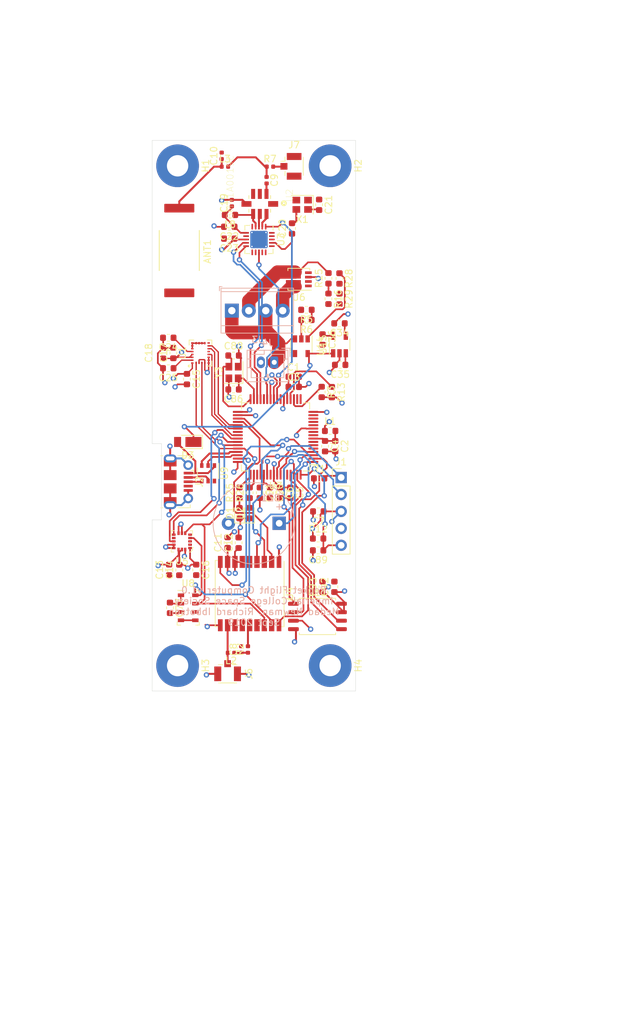
<source format=kicad_pcb>
(kicad_pcb (version 20171130) (host pcbnew "(5.1.2)-1")
  (title_block (title "PCB for Project Mach 1 flight computer") (date 2019-09-16) (company "Imperial College Space Society") (comment 1 "Richard Ibbotson, Medad Newman"))
  (layers (0 F.Cu signal) (1 GND.Cu power) (2 VCC.Cu power) (31 B.Cu signal) (34 B.Paste user hide) (35 F.Paste user hide) (36 B.SilkS user hide) (37 F.SilkS user) (38 B.Mask user hide) (39 F.Mask user) (44 Edge.Cuts user))
  (net 0 "")
  (net 1 GND)
  (net 2 +3V3)
  (net 3 "Net-(C2-Pad1)")
  (net 4 "Net-(C20-Pad2)")
  (net 5 "Net-(C20-Pad1)")
  (net 6 /MCU/XIN)
  (net 7 /MCU/XOUT)
  (net 8 "Net-(C89-Pad1)")
  (net 9 "Net-(C90-Pad1)")
  (net 10 /MCU/SWCLK)
  (net 11 /MCU/SWDIO)
  (net 12 /MCU/USB_DM)
  (net 13 /pyro_driver/FIRE_A)
  (net 14 /pyro_driver/FIRE_B)
  (net 15 /pyro_driver/FET_B)
  (net 16 /MCU/MCU_SCLK1)
  (net 17 /MCU/MCU_MISO1)
  (net 18 /MCU/MCU_MOSI1)
  (net 19 /MCU/MCU_NSEL1)
  (net 20 /gps/GPS_RXD)
  (net 21 /gps/GPS_1PPS)
  (net 22 /gps/GPS_NRES)
  (net 23 /gps/GPS_SDA)
  (net 24 /gps/GPS_SCL)
  (net 25 /gps/GPS_NSAFEBOOT)
  (net 26 /MCU/MCU_NSEL4)
  (net 27 /MCU/MCU_MISO4)
  (net 28 /MCU/MCU_MOSI4)
  (net 29 /MCU/MCU_SCLK4)
  (net 30 /sensors/ACCL_RDY)
  (net 31 /sensors/GYRO_RDY)
  (net 32 "Net-(D1-Pad2)")
  (net 33 "Net-(D2-Pad2)")
  (net 34 /power_supply/USB_DM)
  (net 35 /pyro_driver/FET_A)
  (net 36 /MCU/LED_RED)
  (net 37 /MCU/LED_BLUE)
  (net 38 /sensors/MAG_RDY)
  (net 39 "Net-(C9-Pad2)")
  (net 40 "Net-(C34-Pad1)")
  (net 41 "Net-(C35-Pad1)")
  (net 42 Vdrive)
  (net 43 "Net-(C8-Pad1)")
  (net 44 "Net-(C9-Pad1)")
  (net 45 "Net-(J6-Pad1)")
  (net 46 "Net-(L8-Pad1)")
  (net 47 "Net-(R2-Pad2)")
  (net 48 "Net-(U2-Pad7)")
  (net 49 "Net-(U2-Pad8)")
  (net 50 VBUS)
  (net 51 "Net-(J2-Pad2)")
  (net 52 "Net-(J2-Pad3)")
  (net 53 "Net-(ANT1-Pad1)")
  (net 54 /MCU/BUZZER)
  (net 55 /MCU/MCU_PA04)
  (net 56 /MCU/MCU_PA05)
  (net 57 /MCU/MCU_PB08)
  (net 58 /MCU/MCU_PB11)
  (net 59 /MCU/MCU_PA12)
  (net 60 /MCU/MCU_PA13)
  (net 61 /MCU/GPS_RXD0)
  (net 62 /MCU/MCU_PB10)
  (net 63 "Net-(J7-Pad1)")
  (net 64 "Net-(ANT1-Pad2)")
  (net 65 "Net-(J2-Pad4)")
  (net 66 "Net-(U3-Pad20)")
  (net 67 "Net-(U3-Pad19)")
  (net 68 "Net-(U3-Pad16)")
  (net 69 "Net-(U3-Pad7)")
  (net 70 "Net-(U3-Pad5)")
  (net 71 "Net-(U4-Pad5)")
  (net 72 "Net-(U4-Pad13)")
  (net 73 "Net-(U4-Pad15)")
  (net 74 "Net-(U7-Pad5)")
  (net 75 "Net-(U7-Pad6)")
  (net 76 "Net-(U7-Pad9)")
  (net 77 "Net-(U7-Pad10)")
  (net 78 "Net-(U7-Pad12)")
  (net 79 "Net-(U7-Pad39)")
  (net 80 "Net-(U7-Pad51)")
  (net 81 "Net-(U7-Pad55)")
  (net 82 "Net-(U7-Pad59)")
  (net 83 "Net-(U7-Pad60)")
  (net 84 "Net-(U8-Pad6)")
  (net 85 "Net-(U14-Pad4)")
  (net 86 "Net-(X1-Pad1)")
  (net 87 "Net-(U7-Pad15)")
  (net 88 "Net-(U7-Pad16)")
  (net 89 "Net-(U7-Pad17)")
  (net 90 "Net-(U7-Pad18)")
  (net 91 "Net-(U1-Pad10)")
  (net 92 "Net-(U1-Pad13)")
  (net 93 "Net-(C24-Pad1)")
  (net 94 "Net-(C25-Pad1)")
  (net 95 /sensors/H_ACCL_INT2)
  (net 96 /sensors/H_ACCL_INT1)
  (module Package_LGA:LGA-8_3x5mm_P1.25mm (layer F.Cu) (at 97.722 127.859)
    (fp_text reference U8 (at 0 -3.65) (layer F.SilkS))
    (fp_text value MS5607-02BA)
    (pad 4 smd rect (at -1.075 1.875) (size 0.95 0.55) (layers F.Cu F.Paste F.Mask) (net 1 GND))
    (pad 1 smd rect (at -1.075 -1.875) (size 0.95 0.55) (layers F.Cu F.Paste F.Mask) (net 2 +3V3))
    (pad 2 smd rect (at -1.075 -0.625) (size 0.95 0.55) (layers F.Cu F.Paste F.Mask) (net 2 +3V3))
    (pad 3 smd rect (at -1.075 0.625) (size 0.95 0.55) (layers F.Cu F.Paste F.Mask) (net 1 GND))
    (pad 8 smd rect (at 1.075 -1.875) (size 0.95 0.55) (layers F.Cu F.Paste F.Mask) (net 24 /gps/GPS_SCL))
    (pad 7 smd rect (at 1.075 -0.625) (size 0.95 0.55) (layers F.Cu F.Paste F.Mask) (net 23 /gps/GPS_SDA))
    (pad 6 smd rect (at 1.075 0.625) (size 0.95 0.55) (layers F.Cu F.Paste F.Mask) (net 84 "Net-(U8-Pad6)"))
    (pad 5 smd rect (at 1.075 1.875) (size 0.95 0.55) (layers F.Cu F.Paste F.Mask) (net 1 GND))
  )
  (module Capacitor_SMD:C_0603_1608Metric (layer F.Cu) (at 94.996 127.866 270)
    (fp_text reference C77 (at 0 -1.43 90) (layer F.SilkS))
    (fp_text value 220nF)
    (pad 1 smd roundrect (at -0.7875 0 270) (size 0.875 0.95) (layers F.Cu F.Paste F.Mask) (net 2 +3V3))
    (pad 2 smd roundrect (at 0.7875 0 270) (size 0.875 0.95) (layers F.Cu F.Paste F.Mask) (net 1 GND))
  )
  (module flight-computer:TFLGA-16_3x3mm (layer F.Cu) (at 96.782 117.901 180)
    (fp_text reference U5 (at 0 -3) (layer F.SilkS))
    (fp_text value H3LIS100DL)
    (pad 8 smd rect (at 0.5 1.225 180) (size 0.35 0.55) (layers F.Cu F.Paste F.Mask) (net 2 +3V3))
    (pad 7 smd rect (at 0 1.225 180) (size 0.35 0.55) (layers F.Cu F.Paste F.Mask) (net 2 +3V3))
    (pad 6 smd rect (at -0.5 1.225 180) (size 0.35 0.55) (layers F.Cu F.Paste F.Mask) (net 23 /gps/GPS_SDA))
    (pad 13 smd rect (at 1.225 -1 180) (size 0.55 0.35) (layers F.Cu F.Paste F.Mask) (net 1 GND))
    (pad 12 smd rect (at 1.225 -0.5 180) (size 0.55 0.35) (layers F.Cu F.Paste F.Mask) (net 1 GND))
    (pad 9 smd rect (at 1.225 1 180) (size 0.55 0.35) (layers F.Cu F.Paste F.Mask) (net 95 /sensors/H_ACCL_INT2))
    (pad 10 smd rect (at 1.225 0.5 180) (size 0.55 0.35) (layers F.Cu F.Paste F.Mask) (net 1 GND))
    (pad 11 smd rect (at 1.225 0 180) (size 0.55 0.35) (layers F.Cu F.Paste F.Mask) (net 96 /sensors/H_ACCL_INT1))
    (pad 14 smd rect (at 0.5 -1.225 180) (size 0.35 0.55) (layers F.Cu F.Paste F.Mask) (net 2 +3V3))
    (pad 16 smd rect (at -0.5 -1.225 180) (size 0.35 0.55) (layers F.Cu F.Paste F.Mask) (net 1 GND))
    (pad 15 smd rect (at 0 -1.225 180) (size 0.35 0.55) (layers F.Cu F.Paste F.Mask) (net 2 +3V3))
    (pad 5 smd rect (at -1.225 1 180) (size 0.55 0.35) (layers F.Cu F.Paste F.Mask) (net 1 GND))
    (pad 4 smd rect (at -1.225 0.5 180) (size 0.55 0.35) (layers F.Cu F.Paste F.Mask) (net 24 /gps/GPS_SCL))
    (pad 1 smd rect (at -1.225 -1 180) (size 0.55 0.35) (layers F.Cu F.Paste F.Mask) (net 2 +3V3))
    (pad 2 smd rect (at -1.225 -0.5 180) (size 0.55 0.35) (layers F.Cu F.Paste F.Mask))
    (pad 3 smd rect (at -1.225 0 180) (size 0.55 0.35) (layers F.Cu F.Paste F.Mask))
  )
  (module flight-computer:TerminalBlock_TE_282834-4_1x04_P2.54mm_Horizontal (layer B.Cu) (at 104.267 83.312)
    (fp_text reference J3 (at 3.81 4.37 180) (layer B.SilkS) (effects (justify mirror)))
    (fp_text value Screw_Terminal_01x04)
    (pad 4 thru_hole circle (at 7.62 0) (size 2.1 2.1) (drill 1.1) (layers *.Cu *.Mask) (net 35 /pyro_driver/FET_A))
    (pad 3 thru_hole circle (at 5.08 0) (size 2.1 2.1) (drill 1.1) (layers *.Cu *.Mask) (net 42 Vdrive))
    (pad 2 thru_hole circle (at 2.54 0) (size 2.1 2.1) (drill 1.1) (layers *.Cu *.Mask) (net 15 /pyro_driver/FET_B))
    (pad 1 thru_hole rect (at 0 0) (size 2.1 2.1) (drill 1.1) (layers *.Cu *.Mask) (net 42 Vdrive))
  )
  (module flight-computer:Crystal_SMD_2520-4Pin_2.5x2.0mm (layer F.Cu) (at 104.521 92.583 90)
    (fp_text reference Y3 (at 0 -2.2 90) (layer F.SilkS))
    (fp_text value 16MHz)
    (pad 4 smd rect (at -0.875 -0.7 90) (size 1.15 1) (layers F.Cu F.Paste F.Mask) (net 1 GND))
    (pad 3 smd rect (at 0.875 -0.7 90) (size 1.15 1) (layers F.Cu F.Paste F.Mask) (net 7 /MCU/XOUT))
    (pad 2 smd rect (at 0.875 0.7 90) (size 1.15 1) (layers F.Cu F.Paste F.Mask) (net 1 GND))
    (pad 1 smd rect (at -0.875 0.7 90) (size 1.15 1) (layers F.Cu F.Paste F.Mask) (net 6 /MCU/XIN))
  )
  (module MountingHole:MountingHole_3.2mm_M3_Pad (layer F.Cu) (at 118.999 61.595 270)
    (fp_text reference H2 (at 0 -4.2 90) (layer F.SilkS))
    (fp_text value MountingHole_Pad)
    (pad 1 thru_hole circle (at 0 0 270) (size 6.4 6.4) (drill 3.2) (layers *.Cu *.Mask) (net 1 GND))
  )
  (module Package_SO:Vishay_PowerPAK_1212-8_Dual (layer F.Cu) (at 114.3 78.613 180)
    (fp_text reference U6 (at 0 -2.7) (layer F.SilkS))
    (fp_text value Si7232DN)
    (pad 6 smd custom (at 0.5575 -0.6075 180) (size 1.725 0.99) (layers F.Cu F.Paste F.Mask) (net 35 /pyro_driver/FET_A) (options (clearance outline) (anchor rect)) (primitives (gr_poly (pts (xy 0.6125 0.495) (xy 1.3725 0.495) (xy 1.3725 0.09) (xy 0.8625 0.09) (xy 0.8625 -0.165) (xy 1.3725 -0.165) (xy 1.3725 -0.5875) (xy 0.6125 -0.5875)) (width 0))))
    (pad 5 smd custom (at 0.5575 0.6075 180) (size 1.725 0.99) (layers F.Cu F.Paste F.Mask) (net 15 /pyro_driver/FET_B) (options (clearance outline) (anchor rect)) (primitives (gr_poly (pts (xy 0.6125 -0.495) (xy 1.3725 -0.495) (xy 1.3725 -0.09) (xy 0.8625 -0.09) (xy 0.8625 0.165) (xy 1.3725 0.165) (xy 1.3725 0.5875) (xy 0.6125 0.5875)) (width 0))))
    (pad 4 smd rect (at -1.435 0.99 180) (size 0.99 0.405) (layers F.Cu F.Paste F.Mask) (net 14 /pyro_driver/FIRE_B))
    (pad 3 smd rect (at -1.435 0.33 180) (size 0.99 0.405) (layers F.Cu F.Paste F.Mask) (net 1 GND))
    (pad 2 smd rect (at -1.435 -0.33 180) (size 0.99 0.405) (layers F.Cu F.Paste F.Mask) (net 13 /pyro_driver/FIRE_A))
    (pad 1 smd rect (at -1.435 -0.99 180) (size 0.99 0.405) (layers F.Cu F.Paste F.Mask) (net 1 GND))
  )
  (module Resistor_SMD:R_0603_1608Metric (layer F.Cu) (at 120.396 78.486 270)
    (fp_text reference R28 (at 0 -1.43 90) (layer F.SilkS))
    (fp_text value 100K)
    (pad 2 smd roundrect (at 0.7875 0 270) (size 0.875 0.95) (layers F.Cu F.Paste F.Mask) (net 57 /MCU/MCU_PB08))
    (pad 1 smd roundrect (at -0.7875 0 270) (size 0.875 0.95) (layers F.Cu F.Paste F.Mask) (net 42 Vdrive))
  )
  (module Resistor_SMD:R_0603_1608Metric (layer F.Cu) (at 115.443 84.709 180)
    (fp_text reference R6 (at 0 -1.43) (layer F.SilkS))
    (fp_text value 27K)
    (pad 1 smd roundrect (at -0.7875 0 180) (size 0.875 0.95) (layers F.Cu F.Paste F.Mask) (net 55 /MCU/MCU_PA04))
    (pad 2 smd roundrect (at 0.7875 0 180) (size 0.875 0.95) (layers F.Cu F.Paste F.Mask) (net 1 GND))
  )
  (module Resistor_SMD:R_0603_1608Metric (layer F.Cu) (at 120.396 81.5595 270)
    (fp_text reference R29 (at 0 -1.43 90) (layer F.SilkS))
    (fp_text value 100K)
    (pad 1 smd roundrect (at -0.7875 0 270) (size 0.875 0.95) (layers F.Cu F.Paste F.Mask) (net 57 /MCU/MCU_PB08))
    (pad 2 smd roundrect (at 0.7875 0 270) (size 0.875 0.95) (layers F.Cu F.Paste F.Mask) (net 1 GND))
  )
  (module Connector_PinHeader_2.54mm:PinHeader_1x05_P2.54mm_Vertical (layer F.Cu) (at 120.65 108.331)
    (fp_text reference J1 (at 0 -2.33) (layer F.SilkS))
    (fp_text value Conn_01x05)
    (pad 1 thru_hole rect (at 0 0) (size 1.7 1.7) (drill 1) (layers *.Cu *.Mask) (net 10 /MCU/SWCLK))
    (pad 2 thru_hole oval (at 0 2.54) (size 1.7 1.7) (drill 1) (layers *.Cu *.Mask) (net 11 /MCU/SWDIO))
    (pad 3 thru_hole oval (at 0 5.08) (size 1.7 1.7) (drill 1) (layers *.Cu *.Mask) (net 2 +3V3))
    (pad 4 thru_hole oval (at 0 7.62) (size 1.7 1.7) (drill 1) (layers *.Cu *.Mask) (net 1 GND))
    (pad 5 thru_hole oval (at 0 10.16) (size 1.7 1.7) (drill 1) (layers *.Cu *.Mask) (net 8 "Net-(C89-Pad1)"))
  )
  (module Resistor_SMD:R_0603_1608Metric (layer F.Cu) (at 118.745 78.4605 90)
    (fp_text reference R15 (at 0 -1.43 90) (layer F.SilkS))
    (fp_text value 100K)
    (pad 1 smd roundrect (at -0.7875 0 90) (size 0.875 0.95) (layers F.Cu F.Paste F.Mask) (net 56 /MCU/MCU_PA05))
    (pad 2 smd roundrect (at 0.7875 0 90) (size 0.875 0.95) (layers F.Cu F.Paste F.Mask) (net 15 /pyro_driver/FET_B))
  )
  (module Resistor_SMD:R_0603_1608Metric (layer F.Cu) (at 118.745 81.534 270)
    (fp_text reference R16 (at 0 -1.43 90) (layer F.SilkS))
    (fp_text value 27K)
    (pad 1 smd roundrect (at -0.7875 0 270) (size 0.875 0.95) (layers F.Cu F.Paste F.Mask) (net 56 /MCU/MCU_PA05))
    (pad 2 smd roundrect (at 0.7875 0 270) (size 0.875 0.95) (layers F.Cu F.Paste F.Mask) (net 1 GND))
  )
  (module Capacitor_SMD:C_0603_1608Metric (layer F.Cu) (at 113.538 93.218)
    (fp_text reference C1 (at 0 -1.43) (layer F.SilkS))
    (fp_text value 10uF)
    (pad 1 smd roundrect (at -0.7875 0) (size 0.875 0.95) (layers F.Cu F.Paste F.Mask) (net 2 +3V3))
    (pad 2 smd roundrect (at 0.7875 0) (size 0.875 0.95) (layers F.Cu F.Paste F.Mask) (net 1 GND))
  )
  (module Capacitor_SMD:C_0603_1608Metric (layer F.Cu) (at 113.538 94.742)
    (fp_text reference C3 (at 0 -1.43) (layer F.SilkS))
    (fp_text value 100nF)
    (pad 2 smd roundrect (at 0.7875 0) (size 0.875 0.95) (layers F.Cu F.Paste F.Mask) (net 1 GND))
    (pad 1 smd roundrect (at -0.7875 0) (size 0.875 0.95) (layers F.Cu F.Paste F.Mask) (net 2 +3V3))
  )
  (module Resistor_SMD:R_0603_1608Metric (layer F.Cu) (at 119.253 95.5295 270)
    (fp_text reference R13 (at 0 -1.43 90) (layer F.SilkS))
    (fp_text value 3.3K)
    (pad 1 smd roundrect (at -0.7875 0 270) (size 0.875 0.95) (layers F.Cu F.Paste F.Mask) (net 14 /pyro_driver/FIRE_B))
    (pad 2 smd roundrect (at 0.7875 0 270) (size 0.875 0.95) (layers F.Cu F.Paste F.Mask) (net 1 GND))
  )
  (module Resistor_SMD:R_0603_1608Metric (layer F.Cu) (at 117.729 95.504 270)
    (fp_text reference R3 (at 0 -1.43 90) (layer F.SilkS))
    (fp_text value 3.3K)
    (pad 2 smd roundrect (at 0.7875 0 270) (size 0.875 0.95) (layers F.Cu F.Paste F.Mask) (net 1 GND))
    (pad 1 smd roundrect (at -0.7875 0 270) (size 0.875 0.95) (layers F.Cu F.Paste F.Mask) (net 13 /pyro_driver/FIRE_A))
  )
  (module Connector_JST:JST_PH_B2B-PH-K_1x02_P2.00mm_Vertical (layer B.Cu) (at 110.617 91.059 180)
    (fp_text reference J4 (at 1 2.9 180) (layer B.SilkS) (effects (justify mirror)))
    (fp_text value Conn_01x02)
    (pad 1 thru_hole roundrect (at 0 0 180) (size 1.2 1.75) (drill 0.75) (layers *.Cu *.Mask) (roundrect_rratio 0.208333) (net 42 Vdrive))
    (pad 2 thru_hole oval (at 2 0 180) (size 1.2 1.75) (drill 0.75) (layers *.Cu *.Mask) (net 1 GND))
  )
  (module Capacitor_SMD:C_0603_1608Metric (layer F.Cu) (at 117.856 87.63 270)
    (fp_text reference C36 (at 0 -1.43 90) (layer F.SilkS))
    (fp_text value 1uF)
    (pad 2 smd roundrect (at 0.7875 0 270) (size 0.875 0.95) (layers F.Cu F.Paste F.Mask) (net 1 GND))
    (pad 1 smd roundrect (at -0.7875 0 270) (size 0.875 0.95) (layers F.Cu F.Paste F.Mask) (net 2 +3V3))
  )
  (module Capacitor_SMD:C_0603_1608Metric (layer F.Cu) (at 120.4975 91.44 180)
    (fp_text reference C35 (at 0 -1.43) (layer F.SilkS))
    (fp_text value 1uF)
    (pad 1 smd roundrect (at -0.7875 0 180) (size 0.875 0.95) (layers F.Cu F.Paste F.Mask) (net 41 "Net-(C35-Pad1)"))
    (pad 2 smd roundrect (at 0.7875 0 180) (size 0.875 0.95) (layers F.Cu F.Paste F.Mask) (net 1 GND))
  )
  (module Package_TO_SOT_SMD:SOT-23-5 (layer F.Cu) (at 114.681 88.646 270)
    (fp_text reference U14 (at 0 -2.9 90) (layer F.SilkS))
    (fp_text value MAX40200AUK)
    (pad 5 smd rect (at 1.1 -0.95 270) (size 1.06 0.65) (layers F.Cu F.Paste F.Mask) (net 41 "Net-(C35-Pad1)"))
    (pad 4 smd rect (at 1.1 0.95 270) (size 1.06 0.65) (layers F.Cu F.Paste F.Mask) (net 85 "Net-(U14-Pad4)"))
    (pad 3 smd rect (at -1.1 0.95 270) (size 1.06 0.65) (layers F.Cu F.Paste F.Mask) (net 42 Vdrive))
    (pad 2 smd rect (at -1.1 0 270) (size 1.06 0.65) (layers F.Cu F.Paste F.Mask) (net 1 GND))
    (pad 1 smd rect (at -1.1 -0.95 270) (size 1.06 0.65) (layers F.Cu F.Paste F.Mask) (net 42 Vdrive))
  )
  (module Package_TO_SOT_SMD:TSOT-23-5 (layer F.Cu) (at 120.396 88.392 90)
    (fp_text reference U15 (at 0 -2.45 90) (layer F.SilkS))
    (fp_text value LD3985M33R_TSOT23)
    (pad 1 smd rect (at -1.31 -0.95 90) (size 1.22 0.65) (layers F.Cu F.Paste F.Mask) (net 41 "Net-(C35-Pad1)"))
    (pad 2 smd rect (at -1.31 0 90) (size 1.22 0.65) (layers F.Cu F.Paste F.Mask) (net 1 GND))
    (pad 3 smd rect (at -1.31 0.95 90) (size 1.22 0.65) (layers F.Cu F.Paste F.Mask) (net 41 "Net-(C35-Pad1)"))
    (pad 4 smd rect (at 1.31 0.95 90) (size 1.22 0.65) (layers F.Cu F.Paste F.Mask) (net 40 "Net-(C34-Pad1)"))
    (pad 5 smd rect (at 1.31 -0.95 90) (size 1.22 0.65) (layers F.Cu F.Paste F.Mask) (net 2 +3V3))
  )
  (module Resistor_SMD:R_0402_1005Metric (layer F.Cu) (at 109.982 61.722)
    (fp_text reference R7 (at 0 -1.17) (layer F.SilkS))
    (fp_text value NF)
    (pad 1 smd roundrect (at -0.485 0) (size 0.59 0.64) (layers F.Cu F.Paste F.Mask) (net 44 "Net-(C9-Pad1)"))
    (pad 2 smd roundrect (at 0.485 0) (size 0.59 0.64) (layers F.Cu F.Paste F.Mask) (net 63 "Net-(J7-Pad1)"))
  )
  (module Capacitor_SMD:C_0603_1608Metric (layer F.Cu) (at 103.886 70.739 180)
    (fp_text reference C22 (at 0 -1.43) (layer F.SilkS))
    (fp_text value 1uF)
    (pad 2 smd roundrect (at 0.7875 0 180) (size 0.875 0.95) (layers F.Cu F.Paste F.Mask) (net 1 GND))
    (pad 1 smd roundrect (at -0.7875 0 180) (size 0.875 0.95) (layers F.Cu F.Paste F.Mask) (net 2 +3V3))
  )
  (module Inductor_SMD:L_0603_1608Metric (layer F.Cu) (at 103.9875 68.961 180)
    (fp_text reference L8 (at 0 -1.43) (layer F.SilkS))
    (fp_text value 220nH)
    (pad 2 smd roundrect (at 0.7875 0 180) (size 0.875 0.95) (layers F.Cu F.Paste F.Mask) (net 2 +3V3))
    (pad 1 smd roundrect (at -0.7875 0 180) (size 0.875 0.95) (layers F.Cu F.Paste F.Mask) (net 46 "Net-(L8-Pad1)"))
  )
  (module Johanson_frontend:BALUN_0433BM41A0019E (layer F.Cu) (at 108.458 67.31 270)
    (fp_text reference U2 (at -1.27 -4.445 90) (layer F.SilkS) (effects (font (thickness 0.05))))
    (fp_text value 0433BM41A0019E (at -0.635 4.445 90) (layer F.SilkS) (effects (font (thickness 0.05))))
    (pad 1 smd rect (at 0 -2) (size 1.5 0.85) (layers F.Cu F.Paste F.Mask) (net 1 GND))
    (pad 5 smd rect (at 0 2) (size 1.5 0.85) (layers F.Cu F.Paste F.Mask) (net 1 GND))
    (pad 6 smd rect (at 1.5 1 270) (size 1.5 0.6) (layers F.Cu F.Paste F.Mask) (net 46 "Net-(L8-Pad1)"))
    (pad 8 smd rect (at 1.5 -1 270) (size 1.5 0.6) (layers F.Cu F.Paste F.Mask) (net 49 "Net-(U2-Pad8)"))
    (pad 7 smd rect (at 1.5 0 270) (size 1.5 0.6) (layers F.Cu F.Paste F.Mask) (net 48 "Net-(U2-Pad7)"))
    (pad 4 smd rect (at -1.5 1 270) (size 1.5 0.6) (layers F.Cu F.Paste F.Mask) (net 1 GND))
    (pad 2 smd rect (at -1.5 -1 270) (size 1.5 0.6) (layers F.Cu F.Paste F.Mask) (net 39 "Net-(C9-Pad2)"))
    (pad 3 smd rect (at -1.5 0 270) (size 1.5 0.6) (layers F.Cu F.Paste F.Mask) (net 1 GND))
  )
  (module Capacitor_SMD:C_0402_1005Metric (layer F.Cu) (at 109.474 63.754 270)
    (fp_text reference C9 (at 0 -1.17 90) (layer F.SilkS))
    (fp_text value 270pF)
    (pad 1 smd roundrect (at -0.485 0 270) (size 0.59 0.64) (layers F.Cu F.Paste F.Mask) (net 44 "Net-(C9-Pad1)"))
    (pad 2 smd roundrect (at 0.485 0 270) (size 0.59 0.64) (layers F.Cu F.Paste F.Mask) (net 39 "Net-(C9-Pad2)"))
  )
  (module Resistor_SMD:R_0402_1005Metric (layer F.Cu) (at 106.68 134.112 90)
    (fp_text reference R2 (at 0 -1.17 90) (layer F.SilkS))
    (fp_text value "10 Ohm")
    (pad 1 smd roundrect (at -0.485 0 90) (size 0.59 0.64) (layers F.Cu F.Paste F.Mask) (net 43 "Net-(C8-Pad1)"))
    (pad 2 smd roundrect (at 0.485 0 90) (size 0.59 0.64) (layers F.Cu F.Paste F.Mask) (net 47 "Net-(R2-Pad2)"))
  )
  (module MountingHole:MountingHole_3.2mm_M3_Pad (layer F.Cu) (at 96.139 136.525 270)
    (fp_text reference H3 (at 0 -4.2 90) (layer F.SilkS))
    (fp_text value MountingHole_Pad)
    (pad 1 thru_hole circle (at 0 0 270) (size 6.4 6.4) (drill 3.2) (layers *.Cu *.Mask) (net 1 GND))
  )
  (module RF_GPS:ublox_MAX (layer F.Cu) (at 106.934 125.73 270)
    (fp_text reference U4 (at 0 -6 90) (layer F.SilkS))
    (fp_text value MAX-M8C)
    (pad 1 smd rect (at -4.75 -4.4 270) (size 1.8 0.7) (layers F.Cu F.Paste F.Mask) (net 1 GND))
    (pad 2 smd rect (at -4.75 -3.3 270) (size 1.8 0.8) (layers F.Cu F.Paste F.Mask) (net 61 /MCU/GPS_RXD0))
    (pad 3 smd rect (at -4.75 -2.2 270) (size 1.8 0.8) (layers F.Cu F.Paste F.Mask) (net 20 /gps/GPS_RXD))
    (pad 4 smd rect (at -4.75 -1.1 270) (size 1.8 0.8) (layers F.Cu F.Paste F.Mask) (net 21 /gps/GPS_1PPS))
    (pad 5 smd rect (at -4.75 0 270) (size 1.8 0.8) (layers F.Cu F.Paste F.Mask) (net 71 "Net-(U4-Pad5)"))
    (pad 6 smd rect (at -4.75 1.1 270) (size 1.8 0.8) (layers F.Cu F.Paste F.Mask) (net 2 +3V3))
    (pad 7 smd rect (at -4.75 2.2 270) (size 1.8 0.8) (layers F.Cu F.Paste F.Mask) (net 2 +3V3))
    (pad 8 smd rect (at -4.75 3.3 270) (size 1.8 0.8) (layers F.Cu F.Paste F.Mask) (net 2 +3V3))
    (pad 9 smd rect (at -4.75 4.4 270) (size 1.8 0.7) (layers F.Cu F.Paste F.Mask) (net 22 /gps/GPS_NRES))
    (pad 10 smd rect (at 4.75 4.4 270) (size 1.8 0.7) (layers F.Cu F.Paste F.Mask) (net 1 GND))
    (pad 11 smd rect (at 4.75 3.3 270) (size 1.8 0.8) (layers F.Cu F.Paste F.Mask) (net 45 "Net-(J6-Pad1)"))
    (pad 12 smd rect (at 4.75 2.2 270) (size 1.8 0.8) (layers F.Cu F.Paste F.Mask) (net 1 GND))
    (pad 13 smd rect (at 4.75 1.1 270) (size 1.8 0.8) (layers F.Cu F.Paste F.Mask) (net 72 "Net-(U4-Pad13)"))
    (pad 14 smd rect (at 4.75 0 270) (size 1.8 0.8) (layers F.Cu F.Paste F.Mask) (net 47 "Net-(R2-Pad2)"))
    (pad 15 smd rect (at 4.75 -1.1 270) (size 1.8 0.8) (layers F.Cu F.Paste F.Mask) (net 73 "Net-(U4-Pad15)"))
    (pad 16 smd rect (at 4.75 -2.2 270) (size 1.8 0.8) (layers F.Cu F.Paste F.Mask) (net 23 /gps/GPS_SDA))
    (pad 17 smd rect (at 4.75 -3.3 270) (size 1.8 0.8) (layers F.Cu F.Paste F.Mask) (net 24 /gps/GPS_SCL))
    (pad 18 smd rect (at 4.75 -4.4 270) (size 1.8 0.7) (layers F.Cu F.Paste F.Mask) (net 25 /gps/GPS_NSAFEBOOT))
  )
  (module Buzzer_Beeper:Buzzer_12x9.5RM7.6 (layer B.Cu) (at 111.359 115.189 180)
    (fp_text reference BZ1 (at 1.27 3.81 180) (layer B.SilkS) (effects (justify mirror)))
    (fp_text value Buzzer)
    (fp_text user + (at -0.01 2.54 180) (layer B.SilkS) (effects (justify mirror)))
    (pad 1 thru_hole rect (at 0 0 180) (size 2 2) (drill 1) (layers *.Cu *.Mask) (net 54 /MCU/BUZZER))
    (pad 2 thru_hole circle (at 7.6 0 180) (size 2 2) (drill 1) (layers *.Cu *.Mask) (net 1 GND))
  )
  (module Capacitor_SMD:C_0603_1608Metric (layer F.Cu) (at 119.761 103.632 270)
    (fp_text reference C2 (at 0 -1.43 90) (layer F.SilkS))
    (fp_text value 10uF)
    (pad 1 smd roundrect (at -0.7875 0 270) (size 0.875 0.95) (layers F.Cu F.Paste F.Mask) (net 3 "Net-(C2-Pad1)"))
    (pad 2 smd roundrect (at 0.7875 0 270) (size 0.875 0.95) (layers F.Cu F.Paste F.Mask) (net 1 GND))
  )
  (module Capacitor_SMD:C_0603_1608Metric (layer F.Cu) (at 118.237 103.632 270)
    (fp_text reference C4 (at 0 -1.43 90) (layer F.SilkS))
    (fp_text value 100nF)
    (pad 2 smd roundrect (at 0.7875 0 270) (size 0.875 0.95) (layers F.Cu F.Paste F.Mask) (net 1 GND))
    (pad 1 smd roundrect (at -0.7875 0 270) (size 0.875 0.95) (layers F.Cu F.Paste F.Mask) (net 3 "Net-(C2-Pad1)"))
  )
  (module Capacitor_SMD:C_0603_1608Metric (layer F.Cu) (at 113.03 110.617 270)
    (fp_text reference C5 (at 0 -1.43 90) (layer F.SilkS))
    (fp_text value 10uF)
    (pad 1 smd roundrect (at -0.7875 0 270) (size 0.875 0.95) (layers F.Cu F.Paste F.Mask) (net 2 +3V3))
    (pad 2 smd roundrect (at 0.7875 0 270) (size 0.875 0.95) (layers F.Cu F.Paste F.Mask) (net 1 GND))
  )
  (module Capacitor_SMD:C_0603_1608Metric (layer F.Cu) (at 111.506 110.617 270)
    (fp_text reference C6 (at 0 -1.43 90) (layer F.SilkS))
    (fp_text value 100nF)
    (pad 2 smd roundrect (at 0.7875 0 270) (size 0.875 0.95) (layers F.Cu F.Paste F.Mask) (net 1 GND))
    (pad 1 smd roundrect (at -0.7875 0 270) (size 0.875 0.95) (layers F.Cu F.Paste F.Mask) (net 2 +3V3))
  )
  (module Capacitor_SMD:C_0603_1608Metric (layer F.Cu) (at 109.982 110.617 270)
    (fp_text reference C90 (at 0 -1.43 90) (layer F.SilkS))
    (fp_text value 1uF)
    (pad 1 smd roundrect (at -0.7875 0 270) (size 0.875 0.95) (layers F.Cu F.Paste F.Mask) (net 9 "Net-(C90-Pad1)"))
    (pad 2 smd roundrect (at 0.7875 0 270) (size 0.875 0.95) (layers F.Cu F.Paste F.Mask) (net 1 GND))
  )
  (module Capacitor_SMD:C_0603_1608Metric (layer F.Cu) (at 108.458 110.617 270)
    (fp_text reference C91 (at 0 -1.43 90) (layer F.SilkS))
    (fp_text value 100nF)
    (pad 2 smd roundrect (at 0.7875 0 270) (size 0.875 0.95) (layers F.Cu F.Paste F.Mask) (net 1 GND))
    (pad 1 smd roundrect (at -0.7875 0 270) (size 0.875 0.95) (layers F.Cu F.Paste F.Mask) (net 9 "Net-(C90-Pad1)"))
  )
  (module Capacitor_SMD:C_0603_1608Metric (layer F.Cu) (at 119.634 124.714 90)
    (fp_text reference C92 (at 0 -1.43 90) (layer F.SilkS))
    (fp_text value 10uF)
    (pad 1 smd roundrect (at -0.7875 0 90) (size 0.875 0.95) (layers F.Cu F.Paste F.Mask) (net 2 +3V3))
    (pad 2 smd roundrect (at 0.7875 0 90) (size 0.875 0.95) (layers F.Cu F.Paste F.Mask) (net 1 GND))
  )
  (module Capacitor_SMD:C_0603_1608Metric (layer F.Cu) (at 117.856 124.714 90)
    (fp_text reference C93 (at 0 -1.43 90) (layer F.SilkS))
    (fp_text value 100nF)
    (pad 2 smd roundrect (at 0.7875 0 90) (size 0.875 0.95) (layers F.Cu F.Paste F.Mask) (net 1 GND))
    (pad 1 smd roundrect (at -0.7875 0 90) (size 0.875 0.95) (layers F.Cu F.Paste F.Mask) (net 2 +3V3))
  )
  (module LED_SMD:LED_0603_1608Metric (layer F.Cu) (at 105.41 113.665 90)
    (fp_text reference D1 (at 0 -1.43 90) (layer F.SilkS))
    (fp_text value RED_LED)
    (pad 1 smd roundrect (at -0.7875 0 90) (size 0.875 0.95) (layers F.Cu F.Paste F.Mask) (net 1 GND))
    (pad 2 smd roundrect (at 0.7875 0 90) (size 0.875 0.95) (layers F.Cu F.Paste F.Mask) (net 32 "Net-(D1-Pad2)"))
  )
  (module LED_SMD:LED_0603_1608Metric (layer F.Cu) (at 106.934 113.665 90)
    (fp_text reference D2 (at 0 -1.43 90) (layer F.SilkS))
    (fp_text value BLUE_LED)
    (pad 2 smd roundrect (at 0.7875 0 90) (size 0.875 0.95) (layers F.Cu F.Paste F.Mask) (net 33 "Net-(D2-Pad2)"))
    (pad 1 smd roundrect (at -0.7875 0 90) (size 0.875 0.95) (layers F.Cu F.Paste F.Mask) (net 1 GND))
  )
  (module MountingHole:MountingHole_3.2mm_M3_Pad (layer F.Cu) (at 96.139 61.595 270)
    (fp_text reference H1 (at 0 -4.2 90) (layer F.SilkS))
    (fp_text value MountingHole_Pad)
    (pad 1 thru_hole circle (at 0 0 270) (size 6.4 6.4) (drill 3.2) (layers *.Cu *.Mask) (net 1 GND))
  )
  (module MountingHole:MountingHole_3.2mm_M3_Pad (layer F.Cu) (at 118.999 136.525 270)
    (fp_text reference H4 (at 0 -4.2 90) (layer F.SilkS))
    (fp_text value MountingHole_Pad)
    (pad 1 thru_hole circle (at 0 0 270) (size 6.4 6.4) (drill 3.2) (layers *.Cu *.Mask) (net 1 GND))
  )
  (module Inductor_SMD:L_0603_1608Metric (layer F.Cu) (at 118.999 101.346)
    (fp_text reference L1 (at 0 -1.43) (layer F.SilkS))
    (fp_text value L_Core_Ferrite)
    (pad 1 smd roundrect (at -0.7875 0) (size 0.875 0.95) (layers F.Cu F.Paste F.Mask) (net 2 +3V3))
    (pad 2 smd roundrect (at 0.7875 0) (size 0.875 0.95) (layers F.Cu F.Paste F.Mask) (net 3 "Net-(C2-Pad1)"))
  )
  (module Resistor_SMD:R_0603_1608Metric (layer F.Cu) (at 105.41 110.617 90)
    (fp_text reference R25 (at 0 -1.43 90) (layer F.SilkS))
    (fp_text value 1K)
    (pad 2 smd roundrect (at 0.7875 0 90) (size 0.875 0.95) (layers F.Cu F.Paste F.Mask) (net 36 /MCU/LED_RED))
    (pad 1 smd roundrect (at -0.7875 0 90) (size 0.875 0.95) (layers F.Cu F.Paste F.Mask) (net 32 "Net-(D1-Pad2)"))
  )
  (module Resistor_SMD:R_0603_1608Metric (layer F.Cu) (at 106.934 110.617 90)
    (fp_text reference R26 (at 0 -1.43 90) (layer F.SilkS))
    (fp_text value 1K)
    (pad 1 smd roundrect (at -0.7875 0 90) (size 0.875 0.95) (layers F.Cu F.Paste F.Mask) (net 33 "Net-(D2-Pad2)"))
    (pad 2 smd roundrect (at 0.7875 0 90) (size 0.875 0.95) (layers F.Cu F.Paste F.Mask) (net 37 /MCU/LED_BLUE))
  )
  (module Capacitor_SMD:C_0402_1005Metric (layer F.Cu) (at 105.664 134.112 90)
    (fp_text reference C8 (at 0 -1.17 90) (layer F.SilkS))
    (fp_text value 10nF)
    (pad 1 smd roundrect (at -0.485 0 90) (size 0.59 0.64) (layers F.Cu F.Paste F.Mask) (net 43 "Net-(C8-Pad1)"))
    (pad 2 smd roundrect (at 0.485 0 90) (size 0.59 0.64) (layers F.Cu F.Paste F.Mask) (net 1 GND))
  )
  (module Connector_Coaxial:U.FL_Hirose_U.FL-R-SMT-1_Vertical (layer F.Cu) (at 103.632 137.287 270)
    (fp_text reference J6 (at 0.475 -3.2 90) (layer F.SilkS))
    (fp_text value Conn_Coaxial)
    (pad 2 smd rect (at 0.475 1.475 270) (size 2.2 1.05) (layers F.Cu F.Paste F.Mask) (net 1 GND))
    (pad 1 smd rect (at -1.05 0 270) (size 1.05 1) (layers F.Cu F.Paste F.Mask) (net 45 "Net-(J6-Pad1)"))
    (pad 2 smd rect (at 0.475 -1.475 270) (size 2.2 1.05) (layers F.Cu F.Paste F.Mask) (net 1 GND))
  )
  (module Resistor_SMD:R_0402_1005Metric (layer F.Cu) (at 104.14 134.62 180)
    (fp_text reference L2 (at 0 -1.17) (layer F.SilkS))
    (fp_text value 27nH)
    (pad 2 smd roundrect (at 0.485 0 180) (size 0.59 0.64) (layers F.Cu F.Paste F.Mask) (net 45 "Net-(J6-Pad1)"))
    (pad 1 smd roundrect (at -0.485 0 180) (size 0.59 0.64) (layers F.Cu F.Paste F.Mask) (net 43 "Net-(C8-Pad1)"))
  )
  (module Package_SO:TSOP-6_1.65x3.05mm_P0.95mm (layer F.Cu) (at 100.711 107.696 270)
    (fp_text reference U9 (at 0 -2.45 90) (layer F.SilkS))
    (fp_text value STF202-22T1G)
    (pad 6 smd rect (at 1.16 -0.95 270) (size 0.7 0.51) (layers F.Cu F.Paste F.Mask) (net 1 GND))
    (pad 5 smd rect (at 1.16 0 270) (size 0.7 0.51) (layers F.Cu F.Paste F.Mask) (net 51 "Net-(J2-Pad2)"))
    (pad 4 smd rect (at 1.16 0.95 270) (size 0.7 0.51) (layers F.Cu F.Paste F.Mask) (net 52 "Net-(J2-Pad3)"))
    (pad 3 smd rect (at -1.16 0.95 270) (size 0.7 0.51) (layers F.Cu F.Paste F.Mask) (net 12 /MCU/USB_DM))
    (pad 2 smd rect (at -1.16 0 270) (size 0.7 0.51) (layers F.Cu F.Paste F.Mask) (net 34 /power_supply/USB_DM))
    (pad 1 smd rect (at -1.16 -0.95 270) (size 0.7 0.51) (layers F.Cu F.Paste F.Mask) (net 50 VBUS))
  )
  (module Capacitor_SMD:C_0603_1608Metric (layer F.Cu) (at 103.632 118.0845 90)
    (fp_text reference C11 (at 0 -1.43 90) (layer F.SilkS))
    (fp_text value 100nF)
    (pad 2 smd roundrect (at 0.7875 0 90) (size 0.875 0.95) (layers F.Cu F.Paste F.Mask) (net 1 GND))
    (pad 1 smd roundrect (at -0.7875 0 90) (size 0.875 0.95) (layers F.Cu F.Paste F.Mask) (net 2 +3V3))
  )
  (module Capacitor_SMD:C_0603_1608Metric (layer F.Cu) (at 105.283 118.11 90)
    (fp_text reference C12 (at 0 -1.43 90) (layer F.SilkS))
    (fp_text value 10uF)
    (pad 1 smd roundrect (at -0.7875 0 90) (size 0.875 0.95) (layers F.Cu F.Paste F.Mask) (net 2 +3V3))
    (pad 2 smd roundrect (at 0.7875 0 90) (size 0.875 0.95) (layers F.Cu F.Paste F.Mask) (net 1 GND))
  )
  (module Capacitor_SMD:C_0603_1608Metric (layer F.Cu) (at 117.221 113.411 180)
    (fp_text reference C7 (at 0 -1.43) (layer F.SilkS))
    (fp_text value 100nF)
    (pad 2 smd roundrect (at 0.7875 0 180) (size 0.875 0.95) (layers F.Cu F.Paste F.Mask) (net 1 GND))
    (pad 1 smd roundrect (at -0.7875 0 180) (size 0.875 0.95) (layers F.Cu F.Paste F.Mask) (net 2 +3V3))
  )
  (module Capacitor_SMD:C_0402_1005Metric (layer F.Cu) (at 102.743 60.094 90)
    (fp_text reference C10 (at 0 -1.17 90) (layer F.SilkS))
    (fp_text value NF)
    (pad 1 smd roundrect (at -0.485 0 90) (size 0.59 0.64) (layers F.Cu F.Paste F.Mask) (net 53 "Net-(ANT1-Pad1)"))
    (pad 2 smd roundrect (at 0.485 0 90) (size 0.59 0.64) (layers F.Cu F.Paste F.Mask) (net 1 GND))
  )
  (module Capacitor_SMD:C_0402_1005Metric (layer F.Cu) (at 104.267 67.183 90)
    (fp_text reference C19 (at 0 -1.17 90) (layer F.SilkS))
    (fp_text value 270pf)
    (pad 1 smd roundrect (at -0.485 0 90) (size 0.59 0.64) (layers F.Cu F.Paste F.Mask) (net 2 +3V3))
    (pad 2 smd roundrect (at 0.485 0 90) (size 0.59 0.64) (layers F.Cu F.Paste F.Mask) (net 1 GND))
  )
  (module Capacitor_SMD:C_0603_1608Metric (layer F.Cu) (at 103.886 72.517 180)
    (fp_text reference C23 (at 0 -1.43) (layer F.SilkS))
    (fp_text value 100nF)
    (pad 1 smd roundrect (at -0.7875 0 180) (size 0.875 0.95) (layers F.Cu F.Paste F.Mask) (net 2 +3V3))
    (pad 2 smd roundrect (at 0.7875 0 180) (size 0.875 0.95) (layers F.Cu F.Paste F.Mask) (net 1 GND))
  )
  (module Capacitor_SMD:C_0603_1608Metric (layer F.Cu) (at 117.1955 119.253 180)
    (fp_text reference C89 (at 0 -1.43) (layer F.SilkS))
    (fp_text value 100nF)
    (pad 1 smd roundrect (at -0.7875 0 180) (size 0.875 0.95) (layers F.Cu F.Paste F.Mask) (net 8 "Net-(C89-Pad1)"))
    (pad 2 smd roundrect (at 0.7875 0 180) (size 0.875 0.95) (layers F.Cu F.Paste F.Mask) (net 1 GND))
  )
  (module Diode_SMD:D_PowerDI-123 (layer F.Cu) (at 97.663 102.997 180)
    (fp_text reference D3 (at 0 -2) (layer F.SilkS))
    (fp_text value DFLS130L)
    (pad 2 smd rect (at 1.525 0) (size 1.05 1.5) (layers F.Cu F.Paste F.Mask) (net 50 VBUS))
    (pad 1 smd rect (at -0.85 0) (size 2.4 1.5) (layers F.Cu F.Paste F.Mask) (net 41 "Net-(C35-Pad1)"))
  )
  (module Connector_Coaxial:U.FL_Hirose_U.FL-R-SMT-1_Vertical (layer F.Cu) (at 113.124 61.673)
    (fp_text reference J7 (at 0.475 -3.2) (layer F.SilkS))
    (fp_text value Conn_Coaxial)
    (pad 2 smd rect (at 0.475 1.475) (size 2.2 1.05) (layers F.Cu F.Paste F.Mask) (net 1 GND))
    (pad 1 smd rect (at -1.05 0) (size 1.05 1) (layers F.Cu F.Paste F.Mask) (net 63 "Net-(J7-Pad1)"))
    (pad 2 smd rect (at 0.475 -1.475) (size 2.2 1.05) (layers F.Cu F.Paste F.Mask) (net 1 GND))
  )
  (module Inductor_SMD:L_0402_1005Metric (layer F.Cu) (at 103.228 61.722)
    (fp_text reference L3 (at 0 -1.17) (layer F.SilkS))
    (fp_text value 0R)
    (pad 1 smd roundrect (at -0.485 0) (size 0.59 0.64) (layers F.Cu F.Paste F.Mask) (net 53 "Net-(ANT1-Pad1)"))
    (pad 2 smd roundrect (at 0.485 0) (size 0.59 0.64) (layers F.Cu F.Paste F.Mask) (net 44 "Net-(C9-Pad1)"))
  )
  (module Resistor_SMD:R_0603_1608Metric (layer F.Cu) (at 117.348 108.458)
    (fp_text reference R1 (at 0 -1.43) (layer F.SilkS))
    (fp_text value 1K)
    (pad 1 smd roundrect (at -0.7875 0) (size 0.875 0.95) (layers F.Cu F.Paste F.Mask) (net 2 +3V3))
    (pad 2 smd roundrect (at 0.7875 0) (size 0.875 0.95) (layers F.Cu F.Paste F.Mask) (net 10 /MCU/SWCLK))
  )
  (module Resistor_SMD:R_0603_1608Metric (layer F.Cu) (at 115.443 83.185 180)
    (fp_text reference R5 (at 0 -1.43) (layer F.SilkS))
    (fp_text value 100K)
    (pad 2 smd roundrect (at 0.7875 0 180) (size 0.875 0.95) (layers F.Cu F.Paste F.Mask) (net 35 /pyro_driver/FET_A))
    (pad 1 smd roundrect (at -0.7875 0 180) (size 0.875 0.95) (layers F.Cu F.Paste F.Mask) (net 55 /MCU/MCU_PA04))
  )
  (module Resistor_SMD:R_0603_1608Metric (layer F.Cu) (at 117.1955 117.475)
    (fp_text reference R12 (at 0 -1.43) (layer F.SilkS))
    (fp_text value 1K)
    (pad 2 smd roundrect (at 0.7875 0) (size 0.875 0.95) (layers F.Cu F.Paste F.Mask) (net 8 "Net-(C89-Pad1)"))
    (pad 1 smd roundrect (at -0.7875 0) (size 0.875 0.95) (layers F.Cu F.Paste F.Mask) (net 2 +3V3))
  )
  (module Package_DFN_QFN:QFN-20-1EP_4x4mm_P0.5mm_EP2.6x2.6mm_ThermalVias (layer F.Cu) (at 108.331 72.644 270)
    (fp_text reference U3 (at 0 -3.3 90) (layer F.SilkS))
    (fp_text value Si4463)
    (pad 20 smd roundrect (at -1 -1.925 270) (size 0.25 0.85) (layers F.Cu F.Paste F.Mask) (net 66 "Net-(U3-Pad20)"))
    (pad 19 smd roundrect (at -0.5 -1.925 270) (size 0.25 0.85) (layers F.Cu F.Paste F.Mask) (net 67 "Net-(U3-Pad19)"))
    (pad 18 smd roundrect (at 0 -1.925 270) (size 0.25 0.85) (layers F.Cu F.Paste F.Mask) (net 1 GND))
    (pad 17 smd roundrect (at 0.5 -1.925 270) (size 0.25 0.85) (layers F.Cu F.Paste F.Mask) (net 5 "Net-(C20-Pad1)"))
    (pad 16 smd roundrect (at 1 -1.925 270) (size 0.25 0.85) (layers F.Cu F.Paste F.Mask) (net 68 "Net-(U3-Pad16)"))
    (pad 15 smd roundrect (at 1.925 -1 270) (size 0.85 0.25) (layers F.Cu F.Paste F.Mask) (net 19 /MCU/MCU_NSEL1))
    (pad 14 smd roundrect (at 1.925 -0.5 270) (size 0.85 0.25) (layers F.Cu F.Paste F.Mask) (net 18 /MCU/MCU_MOSI1))
    (pad 13 smd roundrect (at 1.925 0 270) (size 0.85 0.25) (layers F.Cu F.Paste F.Mask) (net 17 /MCU/MCU_MISO1))
    (pad 12 smd roundrect (at 1.925 0.5 270) (size 0.85 0.25) (layers F.Cu F.Paste F.Mask) (net 16 /MCU/MCU_SCLK1))
    (pad 11 smd roundrect (at 1.925 1 270) (size 0.85 0.25) (layers F.Cu F.Paste F.Mask) (net 62 /MCU/MCU_PB10))
    (pad 10 smd roundrect (at 1 1.925 270) (size 0.25 0.85) (layers F.Cu F.Paste F.Mask) (net 59 /MCU/MCU_PA12))
    (pad 9 smd roundrect (at 0.5 1.925 270) (size 0.25 0.85) (layers F.Cu F.Paste F.Mask) (net 60 /MCU/MCU_PA13))
    (pad 8 smd roundrect (at 0 1.925 270) (size 0.25 0.85) (layers F.Cu F.Paste F.Mask) (net 2 +3V3))
    (pad 7 smd roundrect (at -0.5 1.925 270) (size 0.25 0.85) (layers F.Cu F.Paste F.Mask) (net 69 "Net-(U3-Pad7)"))
    (pad 6 smd roundrect (at -1 1.925 270) (size 0.25 0.85) (layers F.Cu F.Paste F.Mask) (net 2 +3V3))
    (pad 5 smd roundrect (at -1.925 1 270) (size 0.85 0.25) (layers F.Cu F.Paste F.Mask) (net 70 "Net-(U3-Pad5)"))
    (pad 4 smd roundrect (at -1.925 0.5 270) (size 0.85 0.25) (layers F.Cu F.Paste F.Mask) (net 46 "Net-(L8-Pad1)"))
    (pad 3 smd roundrect (at -1.925 0 270) (size 0.85 0.25) (layers F.Cu F.Paste F.Mask) (net 48 "Net-(U2-Pad7)"))
    (pad 2 smd roundrect (at -1.925 -0.5 270) (size 0.85 0.25) (layers F.Cu F.Paste F.Mask) (net 49 "Net-(U2-Pad8)"))
    (pad 1 smd roundrect (at -1.925 -1 270) (size 0.85 0.25) (layers F.Cu F.Paste F.Mask) (net 58 /MCU/MCU_PB11))
    (pad 21 smd roundrect (at 0 0 270) (size 2.6 2.6) (layers B.Cu) (roundrect_rratio 0.096154) (net 1 GND))
    (pad 21 thru_hole circle (at 1.05 1.05 270) (size 0.5 0.5) (drill 0.2) (layers *.Cu) (net 1 GND))
    (pad 21 thru_hole circle (at -1.05 1.05 270) (size 0.5 0.5) (drill 0.2) (layers *.Cu) (net 1 GND))
    (pad 21 thru_hole circle (at 1.05 -1.05 270) (size 0.5 0.5) (drill 0.2) (layers *.Cu) (net 1 GND))
    (pad 21 thru_hole circle (at -1.05 -1.05 270) (size 0.5 0.5) (drill 0.2) (layers *.Cu) (net 1 GND))
    (pad 21 smd roundrect (at 0 0 270) (size 2.6 2.6) (layers F.Cu F.Mask) (roundrect_rratio 0.096154) (net 1 GND))
  )
  (module flight-computer:Yageo434 (layer F.Cu) (at 96.393 74.295 270)
    (fp_text reference ANT1 (at 0.15748 -4.21894 90) (layer F.SilkS))
    (fp_text value Yageo434)
    (pad 2 smd roundrect (at 6.35 0 270) (size 1.3 4.5) (layers F.Cu F.Paste F.Mask) (roundrect_rratio 0.083) (net 64 "Net-(ANT1-Pad2)"))
    (pad 1 smd roundrect (at -6.35 0 270) (size 1.3 4.5) (layers F.Cu F.Paste F.Mask) (roundrect_rratio 0.083) (net 53 "Net-(ANT1-Pad1)"))
  )
  (module flight-computer:USB_Micro-B_Molex-105017-0001 (layer F.Cu) (at 96.266 108.966 270)
    (fp_text reference J2 (at 0 -3.1125 90) (layer F.SilkS))
    (fp_text value USB_B_Micro)
    (pad 6 smd rect (at 1 1.2375 270) (size 1.5 1.9) (layers F.Cu F.Paste F.Mask) (net 1 GND))
    (pad 6 thru_hole circle (at -2.5 -1.4625 270) (size 1.45 1.45) (drill 0.85) (layers *.Cu *.Mask) (net 1 GND))
    (pad 2 smd rect (at -0.65 -1.4625 270) (size 0.4 1.35) (layers F.Cu F.Paste F.Mask) (net 51 "Net-(J2-Pad2)"))
    (pad 1 smd rect (at -1.3 -1.4625 270) (size 0.4 1.35) (layers F.Cu F.Paste F.Mask) (net 50 VBUS))
    (pad 5 smd rect (at 1.3 -1.4625 270) (size 0.4 1.35) (layers F.Cu F.Paste F.Mask) (net 1 GND))
    (pad 4 smd rect (at 0.65 -1.4625 270) (size 0.4 1.35) (layers F.Cu F.Paste F.Mask) (net 65 "Net-(J2-Pad4)"))
    (pad 3 smd rect (at 0 -1.4625 270) (size 0.4 1.35) (layers F.Cu F.Paste F.Mask) (net 52 "Net-(J2-Pad3)"))
    (pad 6 thru_hole circle (at 2.5 -1.4625 270) (size 1.45 1.45) (drill 0.85) (layers *.Cu *.Mask) (net 1 GND))
    (pad 6 smd rect (at -1 1.2375 270) (size 1.5 1.9) (layers F.Cu F.Paste F.Mask) (net 1 GND))
    (pad 6 thru_hole oval (at -3.5 1.2375 90) (size 1.2 1.9) (drill oval 0.6 1.3) (layers *.Cu *.Mask) (net 1 GND))
    (pad 6 thru_hole oval (at 3.5 1.2375 270) (size 1.2 1.9) (drill oval 0.6 1.3) (layers *.Cu *.Mask) (net 1 GND))
    (pad 6 smd rect (at 2.9 1.2375 270) (size 1.2 1.9) (layers F.Cu F.Mask) (net 1 GND))
    (pad 6 smd rect (at -2.9 1.2375 270) (size 1.2 1.9) (layers F.Cu F.Mask) (net 1 GND))
  )
  (module Package_QFP:TQFP-64_10x10mm_P0.5mm (layer F.Cu) (at 110.8185 102.239 180)
    (fp_text reference U7 (at 0 -7.35) (layer F.SilkS))
    (fp_text value ATSAMD21J18A-AU)
    (pad 1 smd roundrect (at -5.6625 -3.75 180) (size 1.475 0.3) (layers F.Cu F.Paste F.Mask) (net 54 /MCU/BUZZER))
    (pad 2 smd roundrect (at -5.6625 -3.25 180) (size 1.475 0.3) (layers F.Cu F.Paste F.Mask) (net 25 /gps/GPS_NSAFEBOOT))
    (pad 3 smd roundrect (at -5.6625 -2.75 180) (size 1.475 0.3) (layers F.Cu F.Paste F.Mask) (net 21 /gps/GPS_1PPS))
    (pad 4 smd roundrect (at -5.6625 -2.25 180) (size 1.475 0.3) (layers F.Cu F.Paste F.Mask) (net 22 /gps/GPS_NRES))
    (pad 5 smd roundrect (at -5.6625 -1.75 180) (size 1.475 0.3) (layers F.Cu F.Paste F.Mask) (net 74 "Net-(U7-Pad5)"))
    (pad 6 smd roundrect (at -5.6625 -1.25 180) (size 1.475 0.3) (layers F.Cu F.Paste F.Mask) (net 75 "Net-(U7-Pad6)"))
    (pad 7 smd roundrect (at -5.6625 -0.75 180) (size 1.475 0.3) (layers F.Cu F.Paste F.Mask) (net 1 GND))
    (pad 8 smd roundrect (at -5.6625 -0.25 180) (size 1.475 0.3) (layers F.Cu F.Paste F.Mask) (net 3 "Net-(C2-Pad1)"))
    (pad 9 smd roundrect (at -5.6625 0.25 180) (size 1.475 0.3) (layers F.Cu F.Paste F.Mask) (net 76 "Net-(U7-Pad9)"))
    (pad 10 smd roundrect (at -5.6625 0.75 180) (size 1.475 0.3) (layers F.Cu F.Paste F.Mask) (net 77 "Net-(U7-Pad10)"))
    (pad 11 smd roundrect (at -5.6625 1.25 180) (size 1.475 0.3) (layers F.Cu F.Paste F.Mask) (net 57 /MCU/MCU_PB08))
    (pad 12 smd roundrect (at -5.6625 1.75 180) (size 1.475 0.3) (layers F.Cu F.Paste F.Mask) (net 78 "Net-(U7-Pad12)"))
    (pad 13 smd roundrect (at -5.6625 2.25 180) (size 1.475 0.3) (layers F.Cu F.Paste F.Mask) (net 55 /MCU/MCU_PA04))
    (pad 14 smd roundrect (at -5.6625 2.75 180) (size 1.475 0.3) (layers F.Cu F.Paste F.Mask) (net 56 /MCU/MCU_PA05))
    (pad 15 smd roundrect (at -5.6625 3.25 180) (size 1.475 0.3) (layers F.Cu F.Paste F.Mask) (net 87 "Net-(U7-Pad15)"))
    (pad 16 smd roundrect (at -5.6625 3.75 180) (size 1.475 0.3) (layers F.Cu F.Paste F.Mask) (net 88 "Net-(U7-Pad16)"))
    (pad 17 smd roundrect (at -3.75 5.6625 180) (size 0.3 1.475) (layers F.Cu F.Paste F.Mask) (net 89 "Net-(U7-Pad17)"))
    (pad 18 smd roundrect (at -3.25 5.6625 180) (size 0.3 1.475) (layers F.Cu F.Paste F.Mask) (net 90 "Net-(U7-Pad18)"))
    (pad 19 smd roundrect (at -2.75 5.6625 180) (size 0.3 1.475) (layers F.Cu F.Paste F.Mask) (net 13 /pyro_driver/FIRE_A))
    (pad 20 smd roundrect (at -2.25 5.6625 180) (size 0.3 1.475) (layers F.Cu F.Paste F.Mask) (net 14 /pyro_driver/FIRE_B))
    (pad 21 smd roundrect (at -1.75 5.6625 180) (size 0.3 1.475) (layers F.Cu F.Paste F.Mask) (net 2 +3V3))
    (pad 22 smd roundrect (at -1.25 5.6625 180) (size 0.3 1.475) (layers F.Cu F.Paste F.Mask) (net 1 GND))
    (pad 23 smd roundrect (at -0.75 5.6625 180) (size 0.3 1.475) (layers F.Cu F.Paste F.Mask) (net 62 /MCU/MCU_PB10))
    (pad 24 smd roundrect (at -0.25 5.6625 180) (size 0.3 1.475) (layers F.Cu F.Paste F.Mask) (net 58 /MCU/MCU_PB11))
    (pad 25 smd roundrect (at 0.25 5.6625 180) (size 0.3 1.475) (layers F.Cu F.Paste F.Mask) (net 18 /MCU/MCU_MOSI1))
    (pad 26 smd roundrect (at 0.75 5.6625 180) (size 0.3 1.475) (layers F.Cu F.Paste F.Mask) (net 16 /MCU/MCU_SCLK1))
    (pad 27 smd roundrect (at 1.25 5.6625 180) (size 0.3 1.475) (layers F.Cu F.Paste F.Mask) (net 17 /MCU/MCU_MISO1))
    (pad 28 smd roundrect (at 1.75 5.6625 180) (size 0.3 1.475) (layers F.Cu F.Paste F.Mask) (net 19 /MCU/MCU_NSEL1))
    (pad 29 smd roundrect (at 2.25 5.6625 180) (size 0.3 1.475) (layers F.Cu F.Paste F.Mask) (net 59 /MCU/MCU_PA12))
    (pad 30 smd roundrect (at 2.75 5.6625 180) (size 0.3 1.475) (layers F.Cu F.Paste F.Mask) (net 60 /MCU/MCU_PA13))
    (pad 31 smd roundrect (at 3.25 5.6625 180) (size 0.3 1.475) (layers F.Cu F.Paste F.Mask) (net 6 /MCU/XIN))
    (pad 32 smd roundrect (at 3.75 5.6625 180) (size 0.3 1.475) (layers F.Cu F.Paste F.Mask) (net 7 /MCU/XOUT))
    (pad 33 smd roundrect (at 5.6625 3.75 180) (size 1.475 0.3) (layers F.Cu F.Paste F.Mask) (net 1 GND))
    (pad 34 smd roundrect (at 5.6625 3.25 180) (size 1.475 0.3) (layers F.Cu F.Paste F.Mask) (net 2 +3V3))
    (pad 35 smd roundrect (at 5.6625 2.75 180) (size 1.475 0.3) (layers F.Cu F.Paste F.Mask) (net 20 /gps/GPS_RXD))
    (pad 36 smd roundrect (at 5.6625 2.25 180) (size 1.475 0.3) (layers F.Cu F.Paste F.Mask) (net 61 /MCU/GPS_RXD0))
    (pad 37 smd roundrect (at 5.6625 1.75 180) (size 1.475 0.3) (layers F.Cu F.Paste F.Mask) (net 31 /sensors/GYRO_RDY))
    (pad 38 smd roundrect (at 5.6625 1.25 180) (size 1.475 0.3) (layers F.Cu F.Paste F.Mask) (net 30 /sensors/ACCL_RDY))
    (pad 39 smd roundrect (at 5.6625 0.75 180) (size 1.475 0.3) (layers F.Cu F.Paste F.Mask) (net 79 "Net-(U7-Pad39)"))
    (pad 40 smd roundrect (at 5.6625 0.25 180) (size 1.475 0.3) (layers F.Cu F.Paste F.Mask) (net 38 /sensors/MAG_RDY))
    (pad 41 smd roundrect (at 5.6625 -0.25 180) (size 1.475 0.3) (layers F.Cu F.Paste F.Mask) (net 96 /sensors/H_ACCL_INT1))
    (pad 42 smd roundrect (at 5.6625 -0.75 180) (size 1.475 0.3) (layers F.Cu F.Paste F.Mask) (net 95 /sensors/H_ACCL_INT2))
    (pad 43 smd roundrect (at 5.6625 -1.25 180) (size 1.475 0.3) (layers F.Cu F.Paste F.Mask) (net 23 /gps/GPS_SDA))
    (pad 44 smd roundrect (at 5.6625 -1.75 180) (size 1.475 0.3) (layers F.Cu F.Paste F.Mask) (net 24 /gps/GPS_SCL))
    (pad 45 smd roundrect (at 5.6625 -2.25 180) (size 1.475 0.3) (layers F.Cu F.Paste F.Mask) (net 12 /MCU/USB_DM))
    (pad 46 smd roundrect (at 5.6625 -2.75 180) (size 1.475 0.3) (layers F.Cu F.Paste F.Mask) (net 34 /power_supply/USB_DM))
    (pad 47 smd roundrect (at 5.6625 -3.25 180) (size 1.475 0.3) (layers F.Cu F.Paste F.Mask) (net 1 GND))
    (pad 48 smd roundrect (at 5.6625 -3.75 180) (size 1.475 0.3) (layers F.Cu F.Paste F.Mask) (net 2 +3V3))
    (pad 49 smd roundrect (at 3.75 -5.6625 180) (size 0.3 1.475) (layers F.Cu F.Paste F.Mask) (net 36 /MCU/LED_RED))
    (pad 50 smd roundrect (at 3.25 -5.6625 180) (size 0.3 1.475) (layers F.Cu F.Paste F.Mask) (net 37 /MCU/LED_BLUE))
    (pad 51 smd roundrect (at 2.75 -5.6625 180) (size 0.3 1.475) (layers F.Cu F.Paste F.Mask) (net 80 "Net-(U7-Pad51)"))
    (pad 52 smd roundrect (at 2.25 -5.6625 180) (size 0.3 1.475) (layers F.Cu F.Paste F.Mask) (net 8 "Net-(C89-Pad1)"))
    (pad 53 smd roundrect (at 1.75 -5.6625 180) (size 0.3 1.475) (layers F.Cu F.Paste F.Mask) (net 9 "Net-(C90-Pad1)"))
    (pad 54 smd roundrect (at 1.25 -5.6625 180) (size 0.3 1.475) (layers F.Cu F.Paste F.Mask) (net 1 GND))
    (pad 55 smd roundrect (at 0.75 -5.6625 180) (size 0.3 1.475) (layers F.Cu F.Paste F.Mask) (net 81 "Net-(U7-Pad55)"))
    (pad 56 smd roundrect (at 0.25 -5.6625 180) (size 0.3 1.475) (layers F.Cu F.Paste F.Mask) (net 2 +3V3))
    (pad 57 smd roundrect (at -0.25 -5.6625 180) (size 0.3 1.475) (layers F.Cu F.Paste F.Mask) (net 10 /MCU/SWCLK))
    (pad 58 smd roundrect (at -0.75 -5.6625 180) (size 0.3 1.475) (layers F.Cu F.Paste F.Mask) (net 11 /MCU/SWDIO))
    (pad 59 smd roundrect (at -1.25 -5.6625 180) (size 0.3 1.475) (layers F.Cu F.Paste F.Mask) (net 82 "Net-(U7-Pad59)"))
    (pad 60 smd roundrect (at -1.75 -5.6625 180) (size 0.3 1.475) (layers F.Cu F.Paste F.Mask) (net 83 "Net-(U7-Pad60)"))
    (pad 61 smd roundrect (at -2.25 -5.6625 180) (size 0.3 1.475) (layers F.Cu F.Paste F.Mask) (net 27 /MCU/MCU_MISO4))
    (pad 62 smd roundrect (at -2.75 -5.6625 180) (size 0.3 1.475) (layers F.Cu F.Paste F.Mask) (net 26 /MCU/MCU_NSEL4))
    (pad 63 smd roundrect (at -3.25 -5.6625 180) (size 0.3 1.475) (layers F.Cu F.Paste F.Mask) (net 28 /MCU/MCU_MOSI4))
    (pad 64 smd roundrect (at -3.75 -5.6625 180) (size 0.3 1.475) (layers F.Cu F.Paste F.Mask) (net 29 /MCU/MCU_SCLK4))
  )
  (module Package_SO:SOIC-8_5.23x5.23mm_P1.27mm (layer F.Cu) (at 117.094 129.159)
    (fp_text reference U11 (at 0 -3.56) (layer F.SilkS))
    (fp_text value W25Q64JVSSIM)
    (pad 1 smd roundrect (at -3.6 -1.905) (size 1.6 0.6) (layers F.Cu F.Paste F.Mask) (net 26 /MCU/MCU_NSEL4))
    (pad 2 smd roundrect (at -3.6 -0.635) (size 1.6 0.6) (layers F.Cu F.Paste F.Mask) (net 27 /MCU/MCU_MISO4))
    (pad 3 smd roundrect (at -3.6 0.635) (size 1.6 0.6) (layers F.Cu F.Paste F.Mask) (net 2 +3V3))
    (pad 4 smd roundrect (at -3.6 1.905) (size 1.6 0.6) (layers F.Cu F.Paste F.Mask) (net 1 GND))
    (pad 5 smd roundrect (at 3.6 1.905) (size 1.6 0.6) (layers F.Cu F.Paste F.Mask) (net 28 /MCU/MCU_MOSI4))
    (pad 6 smd roundrect (at 3.6 0.635) (size 1.6 0.6) (layers F.Cu F.Paste F.Mask) (net 29 /MCU/MCU_SCLK4))
    (pad 7 smd roundrect (at 3.6 -0.635) (size 1.6 0.6) (layers F.Cu F.Paste F.Mask) (net 2 +3V3))
    (pad 8 smd roundrect (at 3.6 -1.905) (size 1.6 0.6) (layers F.Cu F.Paste F.Mask) (net 2 +3V3))
  )
  (module Package_LGA:LGA-24L_3x3.5mm_P0.43mm (layer F.Cu) (at 99.568 89.662 90)
    (fp_text reference U1 (at 0 -2.7 90) (layer F.SilkS))
    (fp_text value LSM9DS1)
    (pad 1 smd rect (at -1.505 -1.225 90) (size 0.23 0.35) (layers F.Cu F.Paste F.Mask) (net 2 +3V3))
    (pad 2 smd rect (at -1.475 -0.645 90) (size 0.35 0.23) (layers F.Cu F.Paste F.Mask) (net 24 /gps/GPS_SCL))
    (pad 17 smd rect (at 1.475 -0.645 90) (size 0.35 0.23) (layers F.Cu F.Paste F.Mask) (net 1 GND))
    (pad 3 smd rect (at -1.475 -0.215 90) (size 0.35 0.23) (layers F.Cu F.Paste F.Mask) (net 2 +3V3))
    (pad 16 smd rect (at 1.475 -0.215 90) (size 0.35 0.23) (layers F.Cu F.Paste F.Mask) (net 1 GND))
    (pad 4 smd rect (at -1.475 0.215 90) (size 0.35 0.23) (layers F.Cu F.Paste F.Mask) (net 23 /gps/GPS_SDA))
    (pad 15 smd rect (at 1.475 0.215 90) (size 0.35 0.23) (layers F.Cu F.Paste F.Mask) (net 1 GND))
    (pad 5 smd rect (at -1.475 0.645 90) (size 0.35 0.23) (layers F.Cu F.Paste F.Mask) (net 2 +3V3))
    (pad 14 smd rect (at 1.475 0.645 90) (size 0.35 0.23) (layers F.Cu F.Paste F.Mask) (net 1 GND))
    (pad 24 smd rect (at -1.075 -1.225 90) (size 0.23 0.35) (layers F.Cu F.Paste F.Mask) (net 94 "Net-(C25-Pad1)"))
    (pad 23 smd rect (at -0.645 -1.225 90) (size 0.23 0.35) (layers F.Cu F.Paste F.Mask) (net 2 +3V3))
    (pad 22 smd rect (at -0.215 -1.225 90) (size 0.23 0.35) (layers F.Cu F.Paste F.Mask) (net 2 +3V3))
    (pad 21 smd rect (at 0.215 -1.225 90) (size 0.23 0.35) (layers F.Cu F.Paste F.Mask) (net 93 "Net-(C24-Pad1)"))
    (pad 20 smd rect (at 0.645 -1.225 90) (size 0.23 0.35) (layers F.Cu F.Paste F.Mask) (net 1 GND))
    (pad 19 smd rect (at 1.075 -1.225 90) (size 0.23 0.35) (layers F.Cu F.Paste F.Mask) (net 1 GND))
    (pad 18 smd rect (at 1.505 -1.225 90) (size 0.23 0.35) (layers F.Cu F.Paste F.Mask) (net 1 GND))
    (pad 6 smd rect (at -1.505 1.225 90) (size 0.23 0.35) (layers F.Cu F.Paste F.Mask) (net 2 +3V3))
    (pad 7 smd rect (at -1.075 1.225 90) (size 0.23 0.35) (layers F.Cu F.Paste F.Mask) (net 2 +3V3))
    (pad 8 smd rect (at -0.645 1.225 90) (size 0.23 0.35) (layers F.Cu F.Paste F.Mask) (net 2 +3V3))
    (pad 9 smd rect (at -0.215 1.225 90) (size 0.23 0.35) (layers F.Cu F.Paste F.Mask) (net 38 /sensors/MAG_RDY))
    (pad 10 smd rect (at 0.215 1.225 90) (size 0.23 0.35) (layers F.Cu F.Paste F.Mask) (net 91 "Net-(U1-Pad10)"))
    (pad 11 smd rect (at 0.645 1.225 90) (size 0.23 0.35) (layers F.Cu F.Paste F.Mask) (net 30 /sensors/ACCL_RDY))
    (pad 12 smd rect (at 1.075 1.225 90) (size 0.23 0.35) (layers F.Cu F.Paste F.Mask) (net 31 /sensors/GYRO_RDY))
    (pad 13 smd rect (at 1.505 1.225 90) (size 0.23 0.35) (layers F.Cu F.Paste F.Mask) (net 92 "Net-(U1-Pad13)"))
  )
  (module Capacitor_SMD:C_0603_1608Metric (layer F.Cu) (at 94.869 122.174 90)
    (fp_text reference C13 (at 0 -1.43 90) (layer F.SilkS))
    (fp_text value 10uF)
    (pad 2 smd roundrect (at 0.7875 0 90) (size 0.875 0.95) (layers F.Cu F.Paste F.Mask) (net 2 +3V3))
    (pad 1 smd roundrect (at -0.7875 0 90) (size 0.875 0.95) (layers F.Cu F.Paste F.Mask) (net 1 GND))
  )
  (module Capacitor_SMD:C_0603_1608Metric (layer F.Cu) (at 96.393 122.192501 90)
    (fp_text reference C14 (at 0 -1.43 90) (layer F.SilkS))
    (fp_text value 100nF)
    (pad 1 smd roundrect (at -0.7875 0 90) (size 0.875 0.95) (layers F.Cu F.Paste F.Mask) (net 1 GND))
    (pad 2 smd roundrect (at 0.7875 0 90) (size 0.875 0.95) (layers F.Cu F.Paste F.Mask) (net 2 +3V3))
  )
  (module Capacitor_SMD:C_0603_1608Metric (layer F.Cu) (at 97.536 93.5735 270)
    (fp_text reference C15 (at 0 -1.43 90) (layer F.SilkS))
    (fp_text value 100nF)
    (pad 2 smd roundrect (at 0.7875 0 270) (size 0.875 0.95) (layers F.Cu F.Paste F.Mask) (net 1 GND))
    (pad 1 smd roundrect (at -0.7875 0 270) (size 0.875 0.95) (layers F.Cu F.Paste F.Mask) (net 2 +3V3))
  )
  (module Capacitor_SMD:C_0603_1608Metric (layer F.Cu) (at 98.933 122.174 270)
    (fp_text reference C16 (at 0 -1.43 90) (layer F.SilkS))
    (fp_text value 100nF)
    (pad 1 smd roundrect (at -0.7875 0 270) (size 0.875 0.95) (layers F.Cu F.Paste F.Mask) (net 2 +3V3))
    (pad 2 smd roundrect (at 0.7875 0 270) (size 0.875 0.95) (layers F.Cu F.Paste F.Mask) (net 1 GND))
  )
  (module Capacitor_SMD:C_0603_1608Metric (layer F.Cu) (at 95.504 89.662 90)
    (fp_text reference C17 (at 0 -1.43 90) (layer F.SilkS))
    (fp_text value 100nF)
    (pad 2 smd roundrect (at 0.7875 0 90) (size 0.875 0.95) (layers F.Cu F.Paste F.Mask) (net 1 GND))
    (pad 1 smd roundrect (at -0.7875 0 90) (size 0.875 0.95) (layers F.Cu F.Paste F.Mask) (net 2 +3V3))
  )
  (module Capacitor_SMD:C_0603_1608Metric (layer F.Cu) (at 93.98 89.6875 90)
    (fp_text reference C18 (at 0.0255 -2.159 90) (layer F.SilkS))
    (fp_text value 10uF)
    (pad 1 smd roundrect (at -0.7875 0 90) (size 0.875 0.95) (layers F.Cu F.Paste F.Mask) (net 2 +3V3))
    (pad 2 smd roundrect (at 0.7875 0 90) (size 0.875 0.95) (layers F.Cu F.Paste F.Mask) (net 1 GND))
  )
  (module Capacitor_SMD:C_0603_1608Metric (layer F.Cu) (at 94.742 87.376 180)
    (fp_text reference C24 (at 0 -1.43) (layer F.SilkS))
    (fp_text value 10nF)
    (pad 2 smd roundrect (at 0.7875 0 180) (size 0.875 0.95) (layers F.Cu F.Paste F.Mask) (net 1 GND))
    (pad 1 smd roundrect (at -0.7875 0 180) (size 0.875 0.95) (layers F.Cu F.Paste F.Mask) (net 93 "Net-(C24-Pad1)"))
  )
  (module Capacitor_SMD:C_0603_1608Metric (layer F.Cu) (at 94.742 91.948 180)
    (fp_text reference C25 (at 0 -1.43) (layer F.SilkS))
    (fp_text value 100nF)
    (pad 1 smd roundrect (at -0.7875 0 180) (size 0.875 0.95) (layers F.Cu F.Paste F.Mask) (net 94 "Net-(C25-Pad1)"))
    (pad 2 smd roundrect (at 0.7875 0 180) (size 0.875 0.95) (layers F.Cu F.Paste F.Mask) (net 1 GND))
  )
  (module Capacitor_SMD:C_0603_1608Metric (layer F.Cu) (at 120.396 85.217 180)
    (fp_text reference C34 (at 0 -1.43) (layer F.SilkS))
    (fp_text value 10nF)
    (pad 1 smd roundrect (at -0.7875 0 180) (size 0.875 0.95) (layers F.Cu F.Paste F.Mask) (net 40 "Net-(C34-Pad1)"))
    (pad 2 smd roundrect (at 0.7875 0 180) (size 0.875 0.95) (layers F.Cu F.Paste F.Mask) (net 1 GND))
  )
  (module flight-computer:Crystal_SMD_2520-4Pin_2.5x2.0mm (layer F.Cu) (at 114.808 67.437 180)
    (fp_text reference X1 (at 0 -2.2) (layer F.SilkS))
    (fp_text value TM-32.000-AF3-33-S-Oscillator)
    (pad 1 smd rect (at -0.875 0.7 180) (size 1.15 1) (layers F.Cu F.Paste F.Mask) (net 86 "Net-(X1-Pad1)"))
    (pad 2 smd rect (at 0.875 0.7 180) (size 1.15 1) (layers F.Cu F.Paste F.Mask) (net 1 GND))
    (pad 3 smd rect (at 0.875 -0.7 180) (size 1.15 1) (layers F.Cu F.Paste F.Mask) (net 4 "Net-(C20-Pad2)"))
    (pad 4 smd rect (at -0.875 -0.7 180) (size 1.15 1) (layers F.Cu F.Paste F.Mask) (net 2 +3V3))
  )
  (module Capacitor_SMD:C_0603_1608Metric (layer F.Cu) (at 113.284 70.993 90)
    (fp_text reference C20 (at 0 -1.43 90) (layer F.SilkS))
    (fp_text value 10nF)
    (pad 2 smd roundrect (at 0.7875 0 90) (size 0.875 0.95) (layers F.Cu F.Paste F.Mask) (net 4 "Net-(C20-Pad2)"))
    (pad 1 smd roundrect (at -0.7875 0 90) (size 0.875 0.95) (layers F.Cu F.Paste F.Mask) (net 5 "Net-(C20-Pad1)"))
  )
  (module Capacitor_SMD:C_0603_1608Metric (layer F.Cu) (at 117.348 67.437 270)
    (fp_text reference C21 (at 0 -1.43 90) (layer F.SilkS))
    (fp_text value 33nF)
    (pad 1 smd roundrect (at -0.7875 0 270) (size 0.875 0.95) (layers F.Cu F.Paste F.Mask) (net 1 GND))
    (pad 2 smd roundrect (at 0.7875 0 270) (size 0.875 0.95) (layers F.Cu F.Paste F.Mask) (net 2 +3V3))
  )
  (module Capacitor_SMD:C_0603_1608Metric (layer F.Cu) (at 104.521 95.123 180)
    (fp_text reference C86 (at 0 -1.43) (layer F.SilkS))
    (fp_text value 15pF)
    (pad 1 smd roundrect (at -0.7875 0 180) (size 0.875 0.95) (layers F.Cu F.Paste F.Mask) (net 6 /MCU/XIN))
    (pad 2 smd roundrect (at 0.7875 0 180) (size 0.875 0.95) (layers F.Cu F.Paste F.Mask) (net 1 GND))
  )
  (module Capacitor_SMD:C_0603_1608Metric (layer F.Cu) (at 104.521 90.043)
    (fp_text reference C88 (at 0 -1.43) (layer F.SilkS))
    (fp_text value 15pF)
    (pad 2 smd roundrect (at 0.7875 0) (size 0.875 0.95) (layers F.Cu F.Paste F.Mask) (net 1 GND))
    (pad 1 smd roundrect (at -0.7875 0) (size 0.875 0.95) (layers F.Cu F.Paste F.Mask) (net 7 /MCU/XOUT))
  )
  (gr_text "Rocket Flight Computer v1.0\nImperial College Space Society\nMedad Newman, Richard Ibbotson\nSept 2019" (at 107.569 127.635) (layer B.SilkS) (effects (font (size 1 1)) (justify mirror)))
  (gr_line (start 92.329 140.335) (end 92.329 114.681) (layer Edge.Cuts) (width 0.05))
  (gr_line (start 92.456 103.251) (end 92.329 103.251) (layer Edge.Cuts) (width 0.05))
  (gr_line (start 92.329 97.155) (end 92.329 103.251) (layer Edge.Cuts) (width 0.05))
  (gr_line (start 92.456 114.681) (end 92.329 114.681) (layer Edge.Cuts) (width 0.05))
  (gr_line (start 93.726 114.681) (end 93.726 114.046) (layer Edge.Cuts) (width 0.05))
  (gr_line (start 122.809 140.335) (end 92.329 140.335) (layer Edge.Cuts) (width 0.05))
  (gr_line (start 93.726 114.046) (end 93.726 112.141) (layer Edge.Cuts) (width 0.05))
  (gr_line (start 122.809 57.785) (end 122.809 140.335) (layer Edge.Cuts) (width 0.05))
  (gr_line (start 122.809 57.785) (end 92.329 57.785) (layer Edge.Cuts) (width 0.05))
  (gr_line (start 92.329 57.785) (end 92.329 97.155) (layer Edge.Cuts) (width 0.05))
  (gr_line (start 93.726 103.251) (end 92.456 103.251) (layer Edge.Cuts) (width 0.05))
  (gr_line (start 93.726 112.141) (end 93.726 103.251) (layer Edge.Cuts) (width 0.05))
  (gr_line (start 92.456 114.681) (end 93.726 114.681) (layer Edge.Cuts) (width 0.05))
  (via (at 106.807 137.922) (size 0.8) (drill 0.4) (layers F.Cu B.Cu) (net 1))
  (segment (start 105.107 137.762) (end 106.647 137.762) (width 0.2933) (layer F.Cu) (net 1))
  (segment (start 106.647 137.762) (end 106.807 137.922) (width 0.2933) (layer F.Cu) (net 1))
  (segment (start 105.029 130.775) (end 104.734 130.48) (width 0.2933) (layer F.Cu) (net 1))
  (segment (start 97.7285 110.266) (end 97.7285 111.466) (width 0.2933) (layer F.Cu) (net 1))
  (segment (start 95.0285 109.966) (end 95.0285 111.866) (width 0.2933) (layer F.Cu) (net 1))
  (segment (start 95.0285 107.966) (end 95.0285 106.066) (width 0.2933) (layer F.Cu) (net 1))
  (segment (start 103.7845 117.4495) (end 103.632 117.297) (width 0.25) (layer F.Cu) (net 1))
  (segment (start 118.237 104.4195) (end 119.761 104.4195) (width 0.25) (layer F.Cu) (net 1))
  (via (at 119.888 105.537) (size 0.8) (drill 0.4) (layers F.Cu B.Cu) (net 1))
  (segment (start 119.761 104.4195) (end 119.761 105.41) (width 0.25) (layer F.Cu) (net 1))
  (segment (start 119.761 105.41) (end 119.888 105.537) (width 0.25) (layer F.Cu) (net 1))
  (segment (start 105.283 117.3225) (end 105.283 116.078) (width 0.25) (layer F.Cu) (net 1))
  (via (at 105.537 115.824) (size 0.8) (drill 0.4) (layers F.Cu B.Cu) (net 1))
  (segment (start 105.461 114.5035) (end 105.41 114.4525) (width 0.25) (layer F.Cu) (net 1))
  (segment (start 106.934 114.4525) (end 105.41 114.4525) (width 0.25) (layer F.Cu) (net 1))
  (via (at 100.584 130.683) (size 0.8) (drill 0.4) (layers F.Cu B.Cu) (net 1))
  (segment (start 100.306 130.405) (end 100.584 130.683) (width 0.25) (layer F.Cu) (net 1))
  (via (at 111.379 118.745) (size 0.8) (drill 0.4) (layers F.Cu B.Cu) (net 1))
  (segment (start 111.334 120.98) (end 111.334 118.79) (width 0.2933) (layer F.Cu) (net 1))
  (segment (start 111.334 118.79) (end 111.379 118.745) (width 0.2933) (layer F.Cu) (net 1))
  (via (at 100.457 137.922) (size 0.8) (drill 0.4) (layers F.Cu B.Cu) (net 1))
  (segment (start 102.157 137.762) (end 100.617 137.762) (width 0.2933) (layer F.Cu) (net 1))
  (segment (start 100.617 137.762) (end 100.457 137.922) (width 0.2933) (layer F.Cu) (net 1))
  (segment (start 110.458 67.31) (end 110.49 67.31) (width 0.2933) (layer F.Cu) (net 1))
  (segment (start 105.846 66.698) (end 106.458 67.31) (width 0.2933) (layer F.Cu) (net 1))
  (segment (start 104.267 66.698) (end 105.846 66.698) (width 0.2933) (layer F.Cu) (net 1))
  (via (at 102.743 66.802) (size 0.8) (drill 0.4) (layers F.Cu B.Cu) (net 1))
  (segment (start 96.7285 105.466) (end 97.7285 106.466) (width 0.2933) (layer B.Cu) (net 1))
  (segment (start 95.0285 105.466) (end 96.7285 105.466) (width 0.2933) (layer B.Cu) (net 1))
  (segment (start 96.7285 112.466) (end 97.7285 111.466) (width 0.2933) (layer B.Cu) (net 1))
  (segment (start 95.0285 112.466) (end 96.7285 112.466) (width 0.2933) (layer B.Cu) (net 1))
  (via (at 113.665 132.969) (size 0.8) (drill 0.4) (layers F.Cu B.Cu) (net 1))
  (segment (start 113.875 131.064) (end 113.875 132.759) (width 0.2933) (layer F.Cu) (net 1))
  (segment (start 113.875 132.759) (end 113.665 132.969) (width 0.2933) (layer F.Cu) (net 1))
  (segment (start 100.787 130.48) (end 100.584 130.683) (width 0.25) (layer F.Cu) (net 1))
  (via (at 116.459 120.777) (size 0.8) (drill 0.4) (layers F.Cu B.Cu) (net 1))
  (segment (start 116.408 119.253) (end 116.408 120.726) (width 0.25) (layer F.Cu) (net 1))
  (segment (start 116.408 120.726) (end 116.459 120.777) (width 0.25) (layer F.Cu) (net 1))
  (segment (start 108.458 113.174063) (end 108.475783 113.191846) (width 0.25) (layer F.Cu) (net 1))
  (segment (start 108.458 111.4045) (end 108.458 113.174063) (width 0.25) (layer F.Cu) (net 1))
  (via (at 108.475783 113.191846) (size 0.8) (drill 0.4) (layers F.Cu B.Cu) (net 1))
  (segment (start 114.3255 94.742) (end 114.681 94.742) (width 0.25) (layer F.Cu) (net 1))
  (via (at 111.907918 98.012353) (size 0.8) (drill 0.4) (layers F.Cu B.Cu) (net 1))
  (segment (start 112.0465 96.5925) (end 112.0465 97.873771) (width 0.25) (layer F.Cu) (net 1))
  (segment (start 112.0465 97.873771) (end 111.907918 98.012353) (width 0.25) (layer F.Cu) (net 1))
  (via (at 116.459 114.681002) (size 0.8) (drill 0.4) (layers F.Cu B.Cu) (net 1))
  (segment (start 116.4335 114.655502) (end 116.459 114.681002) (width 0.25) (layer F.Cu) (net 1))
  (segment (start 116.4335 113.411) (end 116.4335 114.655502) (width 0.25) (layer F.Cu) (net 1))
  (segment (start 105.537 114.5795) (end 105.41 114.4525) (width 0.25) (layer F.Cu) (net 1))
  (segment (start 105.537 115.824) (end 105.537 114.5795) (width 0.25) (layer F.Cu) (net 1))
  (segment (start 102.847 66.698) (end 102.743 66.802) (width 0.2933) (layer F.Cu) (net 1))
  (segment (start 104.267 66.698) (end 102.847 66.698) (width 0.2933) (layer F.Cu) (net 1))
  (segment (start 104.734 130.48) (end 104.734 129.708) (width 0.2933) (layer F.Cu) (net 1))
  (segment (start 102.534 130.48) (end 100.787 130.48) (width 0.25) (layer F.Cu) (net 1))
  (segment (start 111.506 111.4045) (end 113.03 111.4045) (width 0.25) (layer F.Cu) (net 1))
  (via (at 101.600002 70.612) (size 0.8) (drill 0.4) (layers F.Cu B.Cu) (net 1))
  (segment (start 101.727002 70.739) (end 101.600002 70.612) (width 0.25) (layer F.Cu) (net 1))
  (segment (start 103.0985 70.739) (end 101.727002 70.739) (width 0.25) (layer F.Cu) (net 1))
  (via (at 94.996 103.632) (size 0.8) (drill 0.4) (layers F.Cu B.Cu) (net 1))
  (segment (start 95.0285 103.6645) (end 94.996 103.632) (width 0.2933) (layer F.Cu) (net 1))
  (segment (start 95.0285 106.066) (end 95.0285 103.6645) (width 0.2933) (layer F.Cu) (net 1))
  (via (at 104.648 116.458998) (size 0.8) (drill 0.4) (layers F.Cu B.Cu) (net 1))
  (segment (start 103.632 117.297) (end 104.470002 116.458998) (width 0.25) (layer F.Cu) (net 1))
  (segment (start 104.470002 116.458998) (end 104.648 116.458998) (width 0.25) (layer F.Cu) (net 1))
  (segment (start 117.018 78.283) (end 117.221 78.486) (width 0.25) (layer F.Cu) (net 1))
  (via (at 117.221 78.486) (size 0.8) (drill 0.4) (layers F.Cu B.Cu) (net 1))
  (segment (start 115.735 78.283) (end 117.018 78.283) (width 0.25) (layer F.Cu) (net 1))
  (segment (start 106.486204 105.505) (end 106.723191 105.741987) (width 0.25) (layer F.Cu) (net 1))
  (via (at 106.723191 105.741987) (size 0.8) (drill 0.4) (layers F.Cu B.Cu) (net 1))
  (segment (start 109.5465 107.9175) (end 109.5465 105.9725) (width 0.25) (layer F.Cu) (net 1))
  (via (at 109.601 105.918) (size 0.8) (drill 0.4) (layers F.Cu B.Cu) (net 1))
  (segment (start 109.5465 105.9725) (end 109.601 105.918) (width 0.25) (layer F.Cu) (net 1))
  (segment (start 105.134 105.505) (end 106.486204 105.505) (width 0.25) (layer F.Cu) (net 1))
  (segment (start 98.503 88.187) (end 98.343 88.347) (width 0.2) (layer F.Cu) (net 1))
  (segment (start 100.213 88.187) (end 98.503 88.187) (width 0.2) (layer F.Cu) (net 1))
  (segment (start 98.343 89.017) (end 98.343 88.347) (width 0.2) (layer F.Cu) (net 1))
  (segment (start 98.343 88.347) (end 98.343 88.157) (width 0.2) (layer F.Cu) (net 1))
  (segment (start 98.797 129.734) (end 96.647 129.734) (width 0.25) (layer F.Cu) (net 1))
  (segment (start 98.797 129.734) (end 98.597 129.734) (width 0.25) (layer F.Cu) (net 1))
  (segment (start 96.4775 128.6535) (end 96.647 128.484) (width 0.25) (layer F.Cu) (net 1))
  (segment (start 94.996 128.6535) (end 96.4775 128.6535) (width 0.25) (layer F.Cu) (net 1))
  (segment (start 95.557 118.901) (end 95.557 118.401) (width 0.25) (layer F.Cu) (net 1))
  (segment (start 94.517 118.901) (end 94.361 118.745) (width 0.25) (layer F.Cu) (net 1))
  (segment (start 95.557 118.901) (end 94.517 118.901) (width 0.25) (layer F.Cu) (net 1))
  (segment (start 94.705 118.401) (end 94.361 118.745) (width 0.25) (layer F.Cu) (net 1))
  (segment (start 95.557 118.401) (end 94.705 118.401) (width 0.25) (layer F.Cu) (net 1))
  (via (at 94.361 118.745) (size 0.8) (drill 0.4) (layers F.Cu B.Cu) (net 1))
  (via (at 97.155 120.142) (size 0.8) (drill 0.4) (layers F.Cu B.Cu) (net 1))
  (segment (start 97.282 119.126) (end 97.282 120.015) (width 0.25) (layer F.Cu) (net 1))
  (segment (start 97.282 120.015) (end 97.155 120.142) (width 0.25) (layer F.Cu) (net 1))
  (segment (start 95.0285 111.866) (end 95.0285 113.75018) (width 0.2933) (layer F.Cu) (net 1))
  (segment (start 95.0285 113.75018) (end 94.86434 113.91434) (width 0.2933) (layer F.Cu) (net 1))
  (via (at 94.86434 113.91434) (size 0.8) (drill 0.4) (layers F.Cu B.Cu) (net 1))
  (segment (start 93.17999 91.17349) (end 93.9545 91.948) (width 0.25) (layer F.Cu) (net 1))
  (segment (start 93.17999 89.70001) (end 93.17999 91.17349) (width 0.25) (layer F.Cu) (net 1))
  (segment (start 93.98 88.9) (end 93.17999 89.70001) (width 0.25) (layer F.Cu) (net 1))
  (segment (start 93.98 87.4015) (end 93.9545 87.376) (width 0.25) (layer F.Cu) (net 1))
  (segment (start 93.98 88.9) (end 93.98 87.4015) (width 0.25) (layer F.Cu) (net 1))
  (via (at 94.234 94.107) (size 0.8) (drill 0.4) (layers F.Cu B.Cu) (net 1))
  (segment (start 93.9545 91.948) (end 93.9545 93.8275) (width 0.25) (layer F.Cu) (net 1))
  (segment (start 93.9545 93.8275) (end 94.234 94.107) (width 0.25) (layer F.Cu) (net 1))
  (segment (start 95.4785 88.9) (end 95.504 88.8745) (width 0.25) (layer F.Cu) (net 1))
  (segment (start 93.98 88.9) (end 95.4785 88.9) (width 0.25) (layer F.Cu) (net 1))
  (segment (start 105.602 90.5115) (end 105.6895 90.424) (width 0.25) (layer F.Cu) (net 1))
  (segment (start 105.602 92.089) (end 105.602 90.5115) (width 0.25) (layer F.Cu) (net 1))
  (via (at 105.283 88.646) (size 0.8) (drill 0.4) (layers F.Cu B.Cu) (net 1))
  (segment (start 105.3085 90.043) (end 105.3085 88.6715) (width 0.25) (layer F.Cu) (net 1))
  (segment (start 105.3085 88.6715) (end 105.283 88.646) (width 0.25) (layer F.Cu) (net 1))
  (segment (start 103.821 95.0355) (end 103.7335 95.123) (width 0.25) (layer F.Cu) (net 1))
  (segment (start 103.821 93.458) (end 103.821 95.0355) (width 0.25) (layer F.Cu) (net 1))
  (via (at 103.87951 96.263185) (size 0.8) (drill 0.4) (layers F.Cu B.Cu) (net 1))
  (segment (start 103.7335 95.123) (end 103.7335 96.117175) (width 0.25) (layer F.Cu) (net 1))
  (segment (start 103.7335 96.117175) (end 103.87951 96.263185) (width 0.25) (layer F.Cu) (net 1))
  (via (at 106.934 98.171) (size 0.8) (drill 0.4) (layers F.Cu B.Cu) (net 1))
  (segment (start 105.156 98.489) (end 106.616 98.489) (width 0.25) (layer F.Cu) (net 1))
  (segment (start 106.616 98.489) (end 106.934 98.171) (width 0.25) (layer F.Cu) (net 1))
  (via (at 95.758 94.742) (size 0.8) (drill 0.4) (layers F.Cu B.Cu) (net 1))
  (segment (start 97.536 94.361) (end 96.139 94.361) (width 0.25) (layer F.Cu) (net 1))
  (segment (start 96.139 94.361) (end 95.758 94.742) (width 0.25) (layer F.Cu) (net 1))
  (via (at 118.872 92.583) (size 0.8) (drill 0.4) (layers F.Cu B.Cu) (net 1))
  (segment (start 119.71 91.44) (end 119.71 91.745) (width 0.25) (layer F.Cu) (net 1))
  (segment (start 119.71 91.745) (end 118.872 92.583) (width 0.25) (layer F.Cu) (net 1))
  (segment (start 120.396 90.754) (end 119.71 91.44) (width 0.25) (layer F.Cu) (net 1))
  (segment (start 120.396 89.702) (end 120.396 90.754) (width 0.25) (layer F.Cu) (net 1))
  (segment (start 114.681 84.7345) (end 114.6555 84.709) (width 0.25) (layer F.Cu) (net 1))
  (segment (start 114.681 87.546) (end 114.681 84.7345) (width 0.25) (layer F.Cu) (net 1))
  (via (at 121.666 83.82) (size 0.8) (drill 0.4) (layers F.Cu B.Cu) (net 1))
  (segment (start 119.6085 85.217) (end 121.0055 83.82) (width 0.25) (layer F.Cu) (net 1))
  (segment (start 121.100315 83.82) (end 121.666 83.82) (width 0.25) (layer F.Cu) (net 1))
  (segment (start 121.0055 83.82) (end 121.100315 83.82) (width 0.25) (layer F.Cu) (net 1))
  (segment (start 119.2275 96.2915) (end 119.253 96.317) (width 0.25) (layer F.Cu) (net 1))
  (segment (start 117.729 96.2915) (end 119.2275 96.2915) (width 0.25) (layer F.Cu) (net 1))
  (segment (start 114.3255 94.742) (end 114.3255 92.8935) (width 0.25) (layer F.Cu) (net 1))
  (via (at 115.824 94.234) (size 0.8) (drill 0.4) (layers F.Cu B.Cu) (net 1))
  (segment (start 114.3255 94.742) (end 115.316 94.742) (width 0.25) (layer F.Cu) (net 1))
  (segment (start 115.316 94.742) (end 115.824 94.234) (width 0.25) (layer F.Cu) (net 1))
  (via (at 120.777 97.155) (size 0.8) (drill 0.4) (layers F.Cu B.Cu) (net 1))
  (segment (start 119.253 96.317) (end 119.939 96.317) (width 0.25) (layer F.Cu) (net 1))
  (segment (start 119.939 96.317) (end 120.777 97.155) (width 0.25) (layer F.Cu) (net 1))
  (segment (start 103.7845 119.0245) (end 103.632 118.872) (width 0.25) (layer F.Cu) (net 2))
  (segment (start 103.6575 118.8975) (end 103.632 118.872) (width 0.25) (layer F.Cu) (net 2))
  (via (at 104.775 122.682) (size 0.8) (drill 0.4) (layers F.Cu B.Cu) (net 2))
  (segment (start 104.734 120.98) (end 104.734 122.641) (width 0.25) (layer F.Cu) (net 2))
  (segment (start 104.734 122.641) (end 104.775 122.682) (width 0.25) (layer F.Cu) (net 2))
  (segment (start 104.3685 67.7695) (end 104.267 67.668) (width 0.2933) (layer F.Cu) (net 2))
  (segment (start 104.9435 71.009) (end 104.6735 70.739) (width 0.2933) (layer F.Cu) (net 2))
  (segment (start 105.5785 71.644) (end 104.6735 70.739) (width 0.25) (layer F.Cu) (net 2))
  (segment (start 106.406 71.644) (end 105.5785 71.644) (width 0.25) (layer F.Cu) (net 2))
  (segment (start 104.8005 72.644) (end 104.6735 72.517) (width 0.25) (layer F.Cu) (net 2))
  (segment (start 106.406 72.644) (end 104.8005 72.644) (width 0.25) (layer F.Cu) (net 2))
  (segment (start 104.3685 70.434) (end 104.6735 70.739) (width 0.25) (layer F.Cu) (net 2))
  (segment (start 117.032 68.137) (end 117.094 68.199) (width 0.25) (layer F.Cu) (net 2))
  (segment (start 115.683 68.137) (end 117.032 68.137) (width 0.25) (layer F.Cu) (net 2))
  (segment (start 118.0525 125.5015) (end 117.856 125.5015) (width 0.25) (layer F.Cu) (net 2))
  (segment (start 121.075 128.524) (end 118.0525 125.5015) (width 0.25) (layer F.Cu) (net 2))
  (segment (start 121.075 126.9425) (end 119.634 125.5015) (width 0.25) (layer F.Cu) (net 2))
  (segment (start 121.075 127.254) (end 121.075 126.9425) (width 0.25) (layer F.Cu) (net 2))
  (via (at 121.158 125.349) (size 0.8) (drill 0.4) (layers F.Cu B.Cu) (net 2))
  (segment (start 119.634 125.5015) (end 121.0055 125.5015) (width 0.25) (layer F.Cu) (net 2))
  (segment (start 121.0055 125.5015) (end 121.158 125.349) (width 0.25) (layer F.Cu) (net 2))
  (segment (start 103.634 118.874) (end 103.632 118.872) (width 0.25) (layer F.Cu) (net 2))
  (segment (start 103.634 120.98) (end 103.634 118.874) (width 0.25) (layer F.Cu) (net 2))
  (segment (start 104.734 119.4465) (end 105.283 118.8975) (width 0.25) (layer F.Cu) (net 2))
  (segment (start 104.734 120.98) (end 104.734 119.4465) (width 0.25) (layer F.Cu) (net 2))
  (via (at 103.84901 122.682) (size 0.8) (drill 0.4) (layers F.Cu B.Cu) (net 2))
  (segment (start 103.634 122.46699) (end 103.84901 122.682) (width 0.25) (layer F.Cu) (net 2))
  (segment (start 103.634 120.98) (end 103.634 122.46699) (width 0.25) (layer F.Cu) (net 2))
  (segment (start 118.0085 113.411) (end 120.65 113.411) (width 0.25) (layer F.Cu) (net 2))
  (via (at 116.33201 116.004011) (size 0.8) (drill 0.4) (layers F.Cu B.Cu) (net 2))
  (segment (start 116.408 116.080001) (end 116.33201 116.004011) (width 0.25) (layer F.Cu) (net 2))
  (segment (start 116.408 117.475) (end 116.408 116.080001) (width 0.25) (layer F.Cu) (net 2))
  (segment (start 120.65 113.411) (end 119.253 114.808) (width 0.25) (layer B.Cu) (net 2))
  (via (at 119.253 114.935) (size 0.8) (drill 0.4) (layers F.Cu B.Cu) (net 2))
  (segment (start 119.253 114.808) (end 119.253 114.935) (width 0.25) (layer B.Cu) (net 2))
  (via (at 118.872 99.949) (size 0.8) (drill 0.4) (layers F.Cu B.Cu) (net 2))
  (segment (start 118.2115 101.346) (end 118.2115 100.6095) (width 0.25) (layer F.Cu) (net 2))
  (segment (start 118.2115 100.6095) (end 118.872 99.949) (width 0.25) (layer F.Cu) (net 2))
  (segment (start 112.7505 93.218) (end 112.7505 94.742) (width 0.25) (layer F.Cu) (net 2))
  (segment (start 112.5465 94.946) (end 112.7505 94.742) (width 0.25) (layer F.Cu) (net 2))
  (segment (start 112.5465 96.5925) (end 112.5465 94.946) (width 0.25) (layer F.Cu) (net 2))
  (segment (start 121.075 128.524) (end 121.075 127.254) (width 0.25) (layer F.Cu) (net 2))
  (via (at 118.745 124.714006) (size 0.8) (drill 0.4) (layers F.Cu B.Cu) (net 2))
  (segment (start 117.856 125.5015) (end 118.643494 124.714006) (width 0.25) (layer F.Cu) (net 2))
  (segment (start 118.643494 124.714006) (end 118.745 124.714006) (width 0.25) (layer F.Cu) (net 2))
  (via (at 116.077997 131.064003) (size 0.8) (drill 0.4) (layers F.Cu B.Cu) (net 2))
  (segment (start 113.875 129.794) (end 114.807994 129.794) (width 0.25) (layer F.Cu) (net 2))
  (segment (start 114.807994 129.794) (end 116.077997 131.064003) (width 0.25) (layer F.Cu) (net 2))
  (via (at 116.647566 109.678283) (size 0.8) (drill 0.4) (layers F.Cu B.Cu) (net 2))
  (segment (start 116.5605 109.591217) (end 116.647566 109.678283) (width 0.25) (layer F.Cu) (net 2))
  (segment (start 116.5605 108.458) (end 116.5605 109.591217) (width 0.25) (layer F.Cu) (net 2))
  (segment (start 110.5465 108.87) (end 111.506 109.8295) (width 0.25) (layer F.Cu) (net 2))
  (segment (start 110.5465 107.9175) (end 110.5465 108.87) (width 0.25) (layer F.Cu) (net 2))
  (segment (start 111.506 109.8295) (end 113.03 109.8295) (width 0.25) (layer F.Cu) (net 2))
  (via (at 104.568512 107.508011) (size 0.8) (drill 0.4) (layers F.Cu B.Cu) (net 2))
  (segment (start 105.134 106.005) (end 105.134 106.942523) (width 0.25) (layer F.Cu) (net 2))
  (segment (start 105.134 106.942523) (end 104.568512 107.508011) (width 0.25) (layer F.Cu) (net 2))
  (segment (start 117.546888 114.789133) (end 116.33201 116.004011) (width 0.25) (layer F.Cu) (net 2))
  (segment (start 117.546888 113.872612) (end 117.546888 114.789133) (width 0.25) (layer F.Cu) (net 2))
  (segment (start 118.0085 113.411) (end 117.546888 113.872612) (width 0.25) (layer F.Cu) (net 2))
  (segment (start 104.267 67.894) (end 103.2 68.961) (width 0.25) (layer F.Cu) (net 2))
  (segment (start 104.267 67.668) (end 104.267 67.894) (width 0.25) (layer F.Cu) (net 2))
  (segment (start 103.2 69.2655) (end 104.6735 70.739) (width 0.25) (layer F.Cu) (net 2))
  (segment (start 103.2 68.961) (end 103.2 69.2655) (width 0.25) (layer F.Cu) (net 2))
  (via (at 102.743 74.168) (size 0.8) (drill 0.4) (layers F.Cu B.Cu) (net 2))
  (segment (start 104.6735 72.517) (end 103.0225 74.168) (width 0.2933) (layer F.Cu) (net 2))
  (segment (start 103.0225 74.168) (end 102.743 74.168) (width 0.2933) (layer F.Cu) (net 2))
  (segment (start 110.5465 106.344674) (end 110.61319 106.277984) (width 0.25) (layer F.Cu) (net 2))
  (segment (start 110.5465 107.9175) (end 110.5465 106.344674) (width 0.25) (layer F.Cu) (net 2))
  (via (at 110.61319 106.277984) (size 0.8) (drill 0.4) (layers F.Cu B.Cu) (net 2))
  (segment (start 104.734 120.98) (end 105.834 120.98) (width 0.25) (layer F.Cu) (net 2))
  (segment (start 95.6465 90.307) (end 98.343 90.307) (width 0.2) (layer F.Cu) (net 2))
  (segment (start 93.98 90.475) (end 95.4785 90.475) (width 0.2) (layer F.Cu) (net 2))
  (segment (start 95.4785 90.475) (end 95.6465 90.307) (width 0.2) (layer F.Cu) (net 2))
  (segment (start 95.6465 90.307) (end 95.504 90.4495) (width 0.2) (layer F.Cu) (net 2))
  (segment (start 98.343 89.877) (end 97.913 90.307) (width 0.2) (layer F.Cu) (net 2))
  (segment (start 97.913 90.307) (end 95.6465 90.307) (width 0.2) (layer F.Cu) (net 2))
  (segment (start 98.007 120.4605) (end 98.933 121.3865) (width 0.25) (layer F.Cu) (net 2))
  (segment (start 98.007 118.901) (end 98.007 120.4605) (width 0.25) (layer F.Cu) (net 2))
  (segment (start 96.647 127.234) (end 95.1515 127.234) (width 0.25) (layer F.Cu) (net 2))
  (segment (start 96.647 125.984) (end 96.647 127.234) (width 0.25) (layer F.Cu) (net 2))
  (via (at 96.647 115.316) (size 0.8) (drill 0.4) (layers F.Cu B.Cu) (net 2))
  (segment (start 96.282 116.676) (end 96.282 115.681) (width 0.25) (layer F.Cu) (net 2))
  (segment (start 96.282 115.681) (end 96.647 115.316) (width 0.25) (layer F.Cu) (net 2))
  (segment (start 96.782 115.451) (end 96.647 115.316) (width 0.25) (layer F.Cu) (net 2))
  (segment (start 96.782 116.676) (end 96.782 115.451) (width 0.25) (layer F.Cu) (net 2))
  (segment (start 96.282 119.9735) (end 94.869 121.3865) (width 0.25) (layer F.Cu) (net 2))
  (segment (start 96.282 119.126) (end 96.282 119.9735) (width 0.25) (layer F.Cu) (net 2))
  (segment (start 96.393 119.515) (end 96.782 119.126) (width 0.25) (layer F.Cu) (net 2))
  (segment (start 96.393 121.405001) (end 96.393 119.515) (width 0.25) (layer F.Cu) (net 2))
  (via (at 93.218 121.539) (size 0.8) (drill 0.4) (layers F.Cu B.Cu) (net 2))
  (segment (start 94.869 121.3865) (end 93.3705 121.3865) (width 0.25) (layer F.Cu) (net 2))
  (segment (start 93.3705 121.3865) (end 93.218 121.539) (width 0.25) (layer F.Cu) (net 2))
  (via (at 97.663 121.92) (size 0.8) (drill 0.4) (layers F.Cu B.Cu) (net 2))
  (segment (start 96.393 121.405001) (end 97.148001 121.405001) (width 0.25) (layer F.Cu) (net 2))
  (segment (start 97.148001 121.405001) (end 97.663 121.92) (width 0.25) (layer F.Cu) (net 2))
  (segment (start 98.1965 121.3865) (end 97.663 121.92) (width 0.25) (layer F.Cu) (net 2))
  (segment (start 98.933 121.3865) (end 98.1965 121.3865) (width 0.25) (layer F.Cu) (net 2))
  (segment (start 98.343 91.979) (end 97.536 92.786) (width 0.2) (layer F.Cu) (net 2))
  (segment (start 98.343 91.167) (end 98.343 91.979) (width 0.2) (layer F.Cu) (net 2))
  (segment (start 100.793 91.167) (end 100.793 92.374) (width 0.2) (layer F.Cu) (net 2))
  (segment (start 100.793 90.307) (end 100.793 92.374) (width 0.2) (layer F.Cu) (net 2))
  (segment (start 104.6735 70.739) (end 104.992 70.739) (width 0.25) (layer F.Cu) (net 2))
  (via (at 100.583989 92.583) (size 0.8) (drill 0.4) (layers F.Cu B.Cu) (net 2))
  (segment (start 100.213 91.137) (end 100.213 92.212011) (width 0.2) (layer F.Cu) (net 2))
  (segment (start 100.793 92.374) (end 100.584 92.583) (width 0.2) (layer F.Cu) (net 2))
  (segment (start 100.584 92.583) (end 100.583989 92.583) (width 0.2) (layer F.Cu) (net 2))
  (segment (start 100.213 92.212011) (end 100.583989 92.583) (width 0.2) (layer F.Cu) (net 2))
  (via (at 107.823 99.06) (size 0.8) (drill 0.4) (layers F.Cu B.Cu) (net 2))
  (segment (start 105.156 98.989) (end 107.752 98.989) (width 0.25) (layer F.Cu) (net 2))
  (segment (start 107.752 98.989) (end 107.823 99.06) (width 0.25) (layer F.Cu) (net 2))
  (via (at 95.504 93.472) (size 0.8) (drill 0.4) (layers F.Cu B.Cu) (net 2))
  (segment (start 97.536 92.786) (end 96.19 92.786) (width 0.25) (layer F.Cu) (net 2))
  (segment (start 96.19 92.786) (end 95.504 93.472) (width 0.25) (layer F.Cu) (net 2))
  (via (at 96.736275 89.572725) (size 0.8) (drill 0.4) (layers F.Cu B.Cu) (net 2))
  (segment (start 95.504 90.4495) (end 95.8595 90.4495) (width 0.25) (layer F.Cu) (net 2))
  (segment (start 95.8595 90.4495) (end 96.736275 89.572725) (width 0.25) (layer F.Cu) (net 2))
  (segment (start 100.213 90.762) (end 100.213 91.137) (width 0.2) (layer F.Cu) (net 2))
  (segment (start 100.213 90.736998) (end 100.213 90.762) (width 0.2) (layer F.Cu) (net 2))
  (segment (start 100.138001 90.661999) (end 100.213 90.736998) (width 0.2) (layer F.Cu) (net 2))
  (segment (start 99.427999 90.661999) (end 100.138001 90.661999) (width 0.2) (layer F.Cu) (net 2))
  (segment (start 99.353 90.736998) (end 99.427999 90.661999) (width 0.2) (layer F.Cu) (net 2))
  (segment (start 99.353 91.137) (end 99.353 90.736998) (width 0.2) (layer F.Cu) (net 2))
  (segment (start 118.0955 87.082) (end 117.856 86.8425) (width 0.25) (layer F.Cu) (net 2))
  (segment (start 119.446 87.082) (end 118.0955 87.082) (width 0.25) (layer F.Cu) (net 2))
  (segment (start 117.8975 102.505) (end 118.237 102.8445) (width 0.25) (layer F.Cu) (net 3))
  (segment (start 116.459 102.505) (end 117.8975 102.505) (width 0.25) (layer F.Cu) (net 3))
  (segment (start 118.237 102.8445) (end 119.761 102.8445) (width 0.25) (layer F.Cu) (net 3))
  (segment (start 119.761 101.3715) (end 119.7865 101.346) (width 0.25) (layer F.Cu) (net 3))
  (segment (start 119.761 102.8445) (end 119.761 101.3715) (width 0.25) (layer F.Cu) (net 3))
  (segment (start 113.933 69.859) (end 113.284 70.508) (width 0.2933) (layer F.Cu) (net 4))
  (segment (start 113.933 68.137) (end 113.933 69.859) (width 0.2933) (layer F.Cu) (net 4))
  (segment (start 112.239499 74.069501) (end 113.284 73.025) (width 0.25) (layer F.Cu) (net 5))
  (segment (start 113.284 73.025) (end 113.284 71.7805) (width 0.25) (layer F.Cu) (net 5))
  (segment (start 110.805998 73.144) (end 111.731499 74.069501) (width 0.25) (layer F.Cu) (net 5))
  (segment (start 111.731499 74.069501) (end 112.239499 74.069501) (width 0.25) (layer F.Cu) (net 5))
  (segment (start 110.256 73.144) (end 110.805998 73.144) (width 0.25) (layer F.Cu) (net 5))
  (segment (start 107.5465 95.789298) (end 107.5465 96.5925) (width 0.25) (layer F.Cu) (net 6))
  (segment (start 107.57901 95.756788) (end 107.5465 95.789298) (width 0.25) (layer F.Cu) (net 6))
  (segment (start 105.971 93.458) (end 105.221 93.458) (width 0.25) (layer F.Cu) (net 6))
  (segment (start 107.5685 95.0555) (end 105.971 93.458) (width 0.25) (layer F.Cu) (net 6))
  (segment (start 107.5685 96.5765) (end 107.5685 95.0555) (width 0.25) (layer F.Cu) (net 6))
  (segment (start 105.3085 93.5455) (end 105.221 93.458) (width 0.25) (layer F.Cu) (net 6))
  (segment (start 105.3085 95.123) (end 105.3085 93.5455) (width 0.25) (layer F.Cu) (net 6))
  (segment (start 104.202 90.5115) (end 104.1145 90.424) (width 0.25) (layer F.Cu) (net 7))
  (segment (start 104.202 92.089) (end 104.202 90.5115) (width 0.25) (layer F.Cu) (net 7))
  (segment (start 105.982 97.663) (end 107.0685 96.5765) (width 0.25) (layer F.Cu) (net 7))
  (segment (start 103.759 97.663) (end 105.982 97.663) (width 0.25) (layer F.Cu) (net 7))
  (segment (start 102.97099 96.87499) (end 103.759 97.663) (width 0.25) (layer F.Cu) (net 7))
  (segment (start 102.97099 91.80801) (end 102.97099 96.87499) (width 0.25) (layer F.Cu) (net 7))
  (segment (start 103.821 91.708) (end 103.071 91.708) (width 0.25) (layer F.Cu) (net 7))
  (segment (start 103.071 91.708) (end 102.97099 91.80801) (width 0.25) (layer F.Cu) (net 7))
  (segment (start 118.745 118.491) (end 117.983 119.253) (width 0.25) (layer F.Cu) (net 8))
  (segment (start 120.65 118.491) (end 118.745 118.491) (width 0.25) (layer F.Cu) (net 8))
  (segment (start 117.983 117.475) (end 117.983 119.253) (width 0.25) (layer F.Cu) (net 8))
  (via (at 118.236854 115.29792) (size 0.8) (drill 0.4) (layers F.Cu B.Cu) (net 8))
  (via (at 111.125 105.166518) (size 0.8) (drill 0.4) (layers F.Cu B.Cu) (net 8))
  (segment (start 111.708597 105.148606) (end 111.690685 105.166518) (width 0.25) (layer B.Cu) (net 8))
  (segment (start 108.875998 106.122958) (end 108.875998 105.569998) (width 0.25) (layer F.Cu) (net 8))
  (segment (start 111.690685 105.166518) (end 111.125 105.166518) (width 0.25) (layer B.Cu) (net 8))
  (segment (start 108.875998 105.569998) (end 109.279478 105.166518) (width 0.25) (layer F.Cu) (net 8))
  (segment (start 115.754837 106.906754) (end 115.992385 106.669206) (width 0.25) (layer B.Cu) (net 8))
  (segment (start 115.754837 109.810874) (end 115.754837 106.906754) (width 0.25) (layer B.Cu) (net 8))
  (segment (start 114.925252 104.931796) (end 114.226415 104.931796) (width 0.25) (layer B.Cu) (net 8))
  (segment (start 115.992385 106.669206) (end 115.992385 105.998929) (width 0.25) (layer B.Cu) (net 8))
  (segment (start 118.236854 112.292891) (end 115.754837 109.810874) (width 0.25) (layer B.Cu) (net 8))
  (segment (start 115.992385 105.998929) (end 114.925252 104.931796) (width 0.25) (layer B.Cu) (net 8))
  (segment (start 114.226415 104.931796) (end 114.009605 105.148606) (width 0.25) (layer B.Cu) (net 8))
  (segment (start 114.009605 105.148606) (end 111.708597 105.148606) (width 0.25) (layer B.Cu) (net 8))
  (segment (start 109.279478 105.166518) (end 111.125 105.166518) (width 0.25) (layer F.Cu) (net 8))
  (segment (start 118.236854 115.29792) (end 118.236854 112.292891) (width 0.25) (layer B.Cu) (net 8))
  (segment (start 117.983 117.475) (end 117.983 115.551774) (width 0.25) (layer F.Cu) (net 8))
  (segment (start 117.983 115.551774) (end 118.236854 115.29792) (width 0.25) (layer F.Cu) (net 8))
  (segment (start 108.5685 106.430456) (end 108.5685 107.9015) (width 0.25) (layer F.Cu) (net 8))
  (segment (start 108.875998 106.122958) (end 108.5685 106.430456) (width 0.25) (layer F.Cu) (net 8))
  (segment (start 109.0465 109.241) (end 109.0465 107.9175) (width 0.25) (layer F.Cu) (net 9))
  (segment (start 108.458 109.8295) (end 109.0465 109.241) (width 0.25) (layer F.Cu) (net 9))
  (segment (start 109.3935 109.241) (end 109.0465 109.241) (width 0.2933) (layer F.Cu) (net 9))
  (segment (start 109.982 109.8295) (end 109.3935 109.241) (width 0.2933) (layer F.Cu) (net 9))
  (segment (start 111.0465 108.1255) (end 111.07149 108.15049) (width 0.25) (layer F.Cu) (net 10))
  (segment (start 111.0465 107.9175) (end 111.0465 108.1255) (width 0.25) (layer F.Cu) (net 10))
  (segment (start 120.396 108.077) (end 120.65 108.331) (width 0.25) (layer F.Cu) (net 10))
  (segment (start 118.1355 108.458) (end 118.5165 108.077) (width 0.25) (layer F.Cu) (net 10))
  (segment (start 118.5165 108.077) (end 120.396 108.077) (width 0.25) (layer F.Cu) (net 10))
  (segment (start 115.920569 103.601569) (end 113.15501 103.601569) (width 0.25) (layer B.Cu) (net 10))
  (segment (start 120.65 108.331) (end 115.920569 103.601569) (width 0.25) (layer B.Cu) (net 10))
  (segment (start 113.15501 103.601569) (end 112.755011 104.001568) (width 0.25) (layer B.Cu) (net 10))
  (via (at 112.755011 104.001568) (size 0.8) (drill 0.4) (layers F.Cu B.Cu) (net 10))
  (segment (start 111.338191 106.625985) (end 111.338191 105.984073) (width 0.25) (layer F.Cu) (net 10))
  (segment (start 111.0465 107.9175) (end 111.0465 106.917676) (width 0.25) (layer F.Cu) (net 10))
  (segment (start 112.755011 104.567253) (end 112.755011 104.001568) (width 0.25) (layer F.Cu) (net 10))
  (segment (start 111.338191 105.984073) (end 112.755011 104.567253) (width 0.25) (layer F.Cu) (net 10))
  (segment (start 111.0465 106.917676) (end 111.338191 106.625985) (width 0.25) (layer F.Cu) (net 10))
  (segment (start 119.474999 108.679999) (end 115.218604 104.423604) (width 0.25) (layer B.Cu) (net 11))
  (segment (start 115.218604 104.423604) (end 113.661603 104.423604) (width 0.25) (layer B.Cu) (net 11))
  (via (at 113.661603 104.423604) (size 0.8) (drill 0.4) (layers F.Cu B.Cu) (net 11))
  (segment (start 119.474999 109.695999) (end 119.474999 108.679999) (width 0.25) (layer B.Cu) (net 11))
  (segment (start 120.65 110.871) (end 119.474999 109.695999) (width 0.25) (layer B.Cu) (net 11))
  (segment (start 112.433106 106.167481) (end 112.433106 105.571106) (width 0.25) (layer F.Cu) (net 11))
  (segment (start 111.5465 107.9175) (end 111.5465 107.054087) (width 0.25) (layer F.Cu) (net 11))
  (segment (start 113.261604 104.823603) (end 113.661603 104.423604) (width 0.25) (layer F.Cu) (net 11))
  (segment (start 112.433106 105.571106) (end 113.180609 104.823603) (width 0.25) (layer F.Cu) (net 11))
  (segment (start 113.180609 104.823603) (end 113.261604 104.823603) (width 0.25) (layer F.Cu) (net 11))
  (segment (start 111.5465 107.054087) (end 112.433106 106.167481) (width 0.25) (layer F.Cu) (net 11))
  (segment (start 100.923128 104.730572) (end 103.770683 104.730572) (width 0.2933) (layer F.Cu) (net 12))
  (segment (start 104.012255 104.489) (end 105.156 104.489) (width 0.2933) (layer F.Cu) (net 12))
  (segment (start 99.761 106.536) (end 99.761 105.8927) (width 0.2933) (layer F.Cu) (net 12))
  (segment (start 99.761 105.8927) (end 100.923128 104.730572) (width 0.2933) (layer F.Cu) (net 12))
  (segment (start 103.770683 104.730572) (end 104.012255 104.489) (width 0.2933) (layer F.Cu) (net 12))
  (segment (start 113.5685 97.414) (end 113.5685 96.5765) (width 0.25) (layer F.Cu) (net 13))
  (segment (start 113.5685 97.429682) (end 113.5685 97.414) (width 0.25) (layer F.Cu) (net 13))
  (segment (start 113.777828 97.63901) (end 113.5685 97.429682) (width 0.25) (layer F.Cu) (net 13))
  (segment (start 114.809192 97.63901) (end 113.777828 97.63901) (width 0.25) (layer F.Cu) (net 13))
  (segment (start 117.267388 95.180814) (end 114.809192 97.63901) (width 0.25) (layer F.Cu) (net 13))
  (segment (start 117.267388 95.178112) (end 117.267388 95.180814) (width 0.25) (layer F.Cu) (net 13))
  (segment (start 117.729 94.7165) (end 117.267388 95.178112) (width 0.25) (layer F.Cu) (net 13))
  (segment (start 113.56299 92.736516) (end 113.881516 92.41799) (width 0.25) (layer F.Cu) (net 14))
  (segment (start 113.0465 95.689994) (end 113.56299 95.173504) (width 0.25) (layer F.Cu) (net 14))
  (segment (start 113.0465 96.5925) (end 113.0465 95.689994) (width 0.25) (layer F.Cu) (net 14))
  (segment (start 114.769484 92.41799) (end 114.807494 92.456) (width 0.25) (layer F.Cu) (net 14))
  (segment (start 113.56299 95.173504) (end 113.56299 92.736516) (width 0.25) (layer F.Cu) (net 14))
  (segment (start 113.881516 92.41799) (end 114.769484 92.41799) (width 0.25) (layer F.Cu) (net 14))
  (segment (start 116.92899 92.41799) (end 119.253 94.742) (width 0.25) (layer F.Cu) (net 14))
  (segment (start 114.769484 92.41799) (end 116.92899 92.41799) (width 0.25) (layer F.Cu) (net 14))
  (segment (start 115.675 76.073) (end 113.7425 78.0055) (width 0.25) (layer F.Cu) (net 15))
  (segment (start 117.145 76.073) (end 115.675 76.073) (width 0.25) (layer F.Cu) (net 15))
  (segment (start 118.745 77.673) (end 117.145 76.073) (width 0.25) (layer F.Cu) (net 15))
  (segment (start 111.108586 77.52549) (end 113.7425 77.52549) (width 2) (layer F.Cu) (net 15))
  (segment (start 106.807 83.312) (end 106.807 81.827076) (width 2) (layer F.Cu) (net 15))
  (segment (start 106.807 81.827076) (end 111.108586 77.52549) (width 2) (layer F.Cu) (net 15))
  (segment (start 110.0465 96.5925) (end 110.0465 94.250371) (width 0.25) (layer F.Cu) (net 16))
  (segment (start 110.0465 94.250371) (end 110.247716 94.049155) (width 0.25) (layer F.Cu) (net 16))
  (via (at 110.247716 94.049155) (size 0.8) (drill 0.4) (layers F.Cu B.Cu) (net 16))
  (via (at 108.331 76.454) (size 0.8) (drill 0.4) (layers F.Cu B.Cu) (net 17))
  (segment (start 108.331 76.454) (end 108.331 74.569) (width 0.25) (layer F.Cu) (net 17))
  (segment (start 109.418245 94.242184) (end 109.418245 93.485669) (width 0.25) (layer F.Cu) (net 17))
  (via (at 109.418245 93.485669) (size 0.8) (drill 0.4) (layers F.Cu B.Cu) (net 17))
  (segment (start 108.331 77.019685) (end 111.252 79.940685) (width 0.25) (layer B.Cu) (net 17))
  (segment (start 109.5465 96.5925) (end 109.5465 94.370439) (width 0.25) (layer F.Cu) (net 17))
  (segment (start 109.54201 90.3458) (end 109.54201 91.717151) (width 0.25) (layer B.Cu) (net 17))
  (segment (start 109.54201 91.717151) (end 109.418245 91.840916) (width 0.25) (layer B.Cu) (net 17))
  (segment (start 108.331 76.454) (end 108.331 77.019685) (width 0.25) (layer B.Cu) (net 17))
  (segment (start 109.418245 91.840916) (end 109.418245 93.485669) (width 0.25) (layer B.Cu) (net 17))
  (segment (start 111.252 79.940685) (end 111.252 88.63581) (width 0.25) (layer B.Cu) (net 17))
  (segment (start 111.252 88.63581) (end 109.54201 90.3458) (width 0.25) (layer B.Cu) (net 17))
  (segment (start 109.5465 94.370439) (end 109.418245 94.242184) (width 0.25) (layer F.Cu) (net 17))
  (segment (start 111.015266 93.782596) (end 110.26422 93.03155) (width 0.25) (layer F.Cu) (net 18))
  (segment (start 111.015266 94.320198) (end 111.015266 93.782596) (width 0.25) (layer F.Cu) (net 18))
  (segment (start 110.5465 96.5925) (end 110.5465 94.788964) (width 0.25) (layer F.Cu) (net 18))
  (via (at 110.26422 92.952423) (size 0.8) (drill 0.4) (layers F.Cu B.Cu) (net 18))
  (segment (start 110.5465 94.788964) (end 111.015266 94.320198) (width 0.25) (layer F.Cu) (net 18))
  (segment (start 110.26422 93.03155) (end 110.26422 92.952423) (width 0.25) (layer F.Cu) (net 18))
  (via (at 111.887 103.505) (size 0.8) (drill 0.4) (layers F.Cu B.Cu) (net 20))
  (segment (start 110.118695 103.505) (end 111.887 103.505) (width 0.25) (layer F.Cu) (net 20))
  (segment (start 105.134 99.505) (end 106.118695 99.505) (width 0.25) (layer F.Cu) (net 20))
  (segment (start 106.118695 99.505) (end 110.118695 103.505) (width 0.25) (layer F.Cu) (net 20))
  (segment (start 109.134 117.73301) (end 107.85999 116.459) (width 0.25) (layer F.Cu) (net 20))
  (segment (start 109.134 120.98) (end 109.134 117.73301) (width 0.25) (layer F.Cu) (net 20))
  (segment (start 111.088001 104.303999) (end 110.141999 104.303999) (width 0.25) (layer B.Cu) (net 20))
  (segment (start 111.887 103.505) (end 111.088001 104.303999) (width 0.25) (layer B.Cu) (net 20))
  (via (at 107.85999 116.459) (size 0.8) (drill 0.4) (layers F.Cu B.Cu) (net 20))
  (segment (start 108.757182 105.688816) (end 108.757182 110.895816) (width 0.25) (layer B.Cu) (net 20))
  (segment (start 107.459991 112.193007) (end 107.459991 116.059001) (width 0.25) (layer B.Cu) (net 20))
  (segment (start 108.757182 110.895816) (end 107.459991 112.193007) (width 0.25) (layer B.Cu) (net 20))
  (segment (start 107.459991 116.059001) (end 107.85999 116.459) (width 0.25) (layer B.Cu) (net 20))
  (segment (start 110.141999 104.303999) (end 108.757182 105.688816) (width 0.25) (layer B.Cu) (net 20))
  (via (at 108.204 118.11) (size 0.8) (drill 0.4) (layers F.Cu B.Cu) (net 21))
  (segment (start 108.034 120.98) (end 108.034 118.28) (width 0.25) (layer F.Cu) (net 21))
  (segment (start 108.034 118.28) (end 108.204 118.11) (width 0.25) (layer F.Cu) (net 21))
  (via (at 114.491568 105.690226) (size 0.8) (drill 0.4) (layers F.Cu B.Cu) (net 21))
  (segment (start 115.176794 105.005) (end 114.491568 105.690226) (width 0.25) (layer F.Cu) (net 21))
  (segment (start 116.459 105.005) (end 115.176794 105.005) (width 0.25) (layer F.Cu) (net 21))
  (segment (start 114.491568 106.435436) (end 114.491568 105.690226) (width 0.25) (layer B.Cu) (net 21))
  (segment (start 113.189015 107.737989) (end 114.491568 106.435436) (width 0.25) (layer B.Cu) (net 21))
  (segment (start 113.189015 112.722133) (end 113.189015 107.737989) (width 0.25) (layer B.Cu) (net 21))
  (segment (start 108.585 115.377998) (end 110.098999 113.863999) (width 0.25) (layer B.Cu) (net 21))
  (segment (start 108.585 117.729) (end 108.585 115.377998) (width 0.25) (layer B.Cu) (net 21))
  (segment (start 108.204 118.11) (end 108.585 117.729) (width 0.25) (layer B.Cu) (net 21))
  (segment (start 110.098999 113.863999) (end 112.047149 113.863999) (width 0.25) (layer B.Cu) (net 21))
  (segment (start 112.047149 113.863999) (end 113.189015 112.722133) (width 0.25) (layer B.Cu) (net 21))
  (via (at 105.791 124.46) (size 0.8) (drill 0.4) (layers F.Cu B.Cu) (net 22))
  (segment (start 104.336998 124.46) (end 105.791 124.46) (width 0.25) (layer F.Cu) (net 22))
  (segment (start 102.534 120.98) (end 102.534 122.657002) (width 0.25) (layer F.Cu) (net 22))
  (segment (start 102.534 122.657002) (end 104.336998 124.46) (width 0.25) (layer F.Cu) (net 22))
  (segment (start 113.555972 102.639583) (end 112.505733 102.639583) (width 0.25) (layer F.Cu) (net 22))
  (segment (start 116.459 104.505) (end 115.421389 104.505) (width 0.25) (layer F.Cu) (net 22))
  (segment (start 115.421389 104.505) (end 113.555972 102.639583) (width 0.25) (layer F.Cu) (net 22))
  (via (at 112.505733 102.639583) (size 0.8) (drill 0.4) (layers F.Cu B.Cu) (net 22))
  (segment (start 111.679413 102.639583) (end 112.505733 102.639583) (width 0.25) (layer B.Cu) (net 22))
  (segment (start 110.63902 103.679976) (end 111.679413 102.639583) (width 0.25) (layer B.Cu) (net 22))
  (segment (start 106.564528 104.255472) (end 107.140024 103.679976) (width 0.25) (layer B.Cu) (net 22))
  (segment (start 106.431369 123.819631) (end 106.431369 106.523167) (width 0.25) (layer B.Cu) (net 22))
  (segment (start 105.791 124.46) (end 106.431369 123.819631) (width 0.25) (layer B.Cu) (net 22))
  (segment (start 106.431369 106.523167) (end 105.99819 106.089988) (width 0.25) (layer B.Cu) (net 22))
  (segment (start 105.99819 106.089988) (end 105.99819 105.399757) (width 0.25) (layer B.Cu) (net 22))
  (segment (start 107.140024 103.679976) (end 110.63902 103.679976) (width 0.25) (layer B.Cu) (net 22))
  (segment (start 105.99819 105.399757) (end 106.564528 104.833419) (width 0.25) (layer B.Cu) (net 22))
  (segment (start 106.564528 104.833419) (end 106.564528 104.255472) (width 0.25) (layer B.Cu) (net 22))
  (segment (start 98.505001 115.352999) (end 97.282 116.576) (width 0.25) (layer F.Cu) (net 23))
  (segment (start 100.18302 115.747018) (end 99.789001 115.352999) (width 0.25) (layer F.Cu) (net 23))
  (segment (start 97.282 116.576) (end 97.282 116.676) (width 0.25) (layer F.Cu) (net 23))
  (segment (start 100.18302 126.57298) (end 100.18302 115.747018) (width 0.25) (layer F.Cu) (net 23))
  (segment (start 99.522 127.234) (end 100.18302 126.57298) (width 0.25) (layer F.Cu) (net 23))
  (segment (start 98.797 127.234) (end 99.522 127.234) (width 0.25) (layer F.Cu) (net 23))
  (segment (start 109.134 129.33) (end 109.134 130.48) (width 0.25) (layer F.Cu) (net 23))
  (segment (start 107.038 127.234) (end 109.134 129.33) (width 0.25) (layer F.Cu) (net 23))
  (segment (start 104.668 127.234) (end 105.608805 127.234) (width 0.25) (layer F.Cu) (net 23))
  (segment (start 104.668 127.234) (end 107.038 127.234) (width 0.25) (layer F.Cu) (net 23))
  (segment (start 98.797 127.234) (end 104.668 127.234) (width 0.25) (layer F.Cu) (net 23))
  (segment (start 99.604999 115.352999) (end 98.505001 115.352999) (width 0.25) (layer F.Cu) (net 23))
  (segment (start 99.789001 115.352999) (end 99.604999 115.352999) (width 0.25) (layer F.Cu) (net 23))
  (segment (start 100.928001 115.352999) (end 102.743 113.538) (width 0.25) (layer F.Cu) (net 23))
  (segment (start 99.604999 115.352999) (end 100.928001 115.352999) (width 0.25) (layer F.Cu) (net 23))
  (via (at 102.743 113.538) (size 0.8) (drill 0.4) (layers F.Cu B.Cu) (net 23))
  (via (at 102.489 102.997) (size 0.8) (drill 0.4) (layers F.Cu B.Cu) (net 23))
  (segment (start 103.142999 103.650999) (end 102.489 102.997) (width 0.25) (layer B.Cu) (net 23))
  (segment (start 103.142999 113.138001) (end 103.142999 103.650999) (width 0.25) (layer B.Cu) (net 23))
  (segment (start 102.981 103.489) (end 102.489 102.997) (width 0.25) (layer F.Cu) (net 23))
  (segment (start 105.156 103.489) (end 102.981 103.489) (width 0.25) (layer F.Cu) (net 23))
  (segment (start 102.743 113.538) (end 103.142999 113.138001) (width 0.25) (layer B.Cu) (net 23))
  (segment (start 102.089001 102.597001) (end 102.489 102.997) (width 0.2) (layer F.Cu) (net 23))
  (segment (start 101.686953 102.597001) (end 102.089001 102.597001) (width 0.2) (layer F.Cu) (net 23))
  (segment (start 99.783 100.693048) (end 101.686953 102.597001) (width 0.2) (layer F.Cu) (net 23))
  (segment (start 99.783 91.137) (end 99.783 100.693048) (width 0.2) (layer F.Cu) (net 23))
  (via (at 107.700977 105.532325) (size 0.8) (drill 0.4) (layers F.Cu B.Cu) (net 24))
  (segment (start 106.157652 103.989) (end 105.156 103.989) (width 0.25) (layer F.Cu) (net 24))
  (segment (start 107.700977 105.532325) (end 106.157652 103.989) (width 0.25) (layer F.Cu) (net 24))
  (segment (start 107.700977 106.16486) (end 106.88138 106.984457) (width 0.25) (layer B.Cu) (net 24))
  (segment (start 106.88138 125.27462) (end 106.299 125.857) (width 0.25) (layer B.Cu) (net 24))
  (segment (start 107.700977 105.532325) (end 107.700977 106.16486) (width 0.25) (layer B.Cu) (net 24))
  (segment (start 106.88138 106.984457) (end 106.88138 125.27462) (width 0.25) (layer B.Cu) (net 24))
  (via (at 106.299 125.857) (size 0.8) (drill 0.4) (layers F.Cu B.Cu) (net 24))
  (segment (start 98.597 125.984) (end 98.797 125.984) (width 0.2933) (layer F.Cu) (net 24))
  (segment (start 98.797 125.984) (end 98.997 125.984) (width 0.25) (layer F.Cu) (net 24))
  (segment (start 98.542002 117.401) (end 98.007 117.401) (width 0.25) (layer F.Cu) (net 24))
  (segment (start 99.73301 118.592008) (end 98.542002 117.401) (width 0.25) (layer F.Cu) (net 24))
  (segment (start 99.73301 125.77299) (end 99.73301 118.592008) (width 0.25) (layer F.Cu) (net 24))
  (segment (start 99.522 125.984) (end 99.73301 125.77299) (width 0.25) (layer F.Cu) (net 24))
  (segment (start 98.797 125.984) (end 99.522 125.984) (width 0.25) (layer F.Cu) (net 24))
  (via (at 98.806 124.46) (size 0.8) (drill 0.4) (layers F.Cu B.Cu) (net 24))
  (segment (start 98.797 125.984) (end 98.797 124.469) (width 0.25) (layer F.Cu) (net 24))
  (segment (start 98.797 124.469) (end 98.806 124.46) (width 0.25) (layer F.Cu) (net 24))
  (segment (start 100.203 125.857) (end 106.299 125.857) (width 0.25) (layer B.Cu) (net 24))
  (segment (start 98.806 124.46) (end 100.203 125.857) (width 0.25) (layer B.Cu) (net 24))
  (segment (start 110.234 129.792) (end 106.299 125.857) (width 0.25) (layer F.Cu) (net 24))
  (segment (start 110.234 130.48) (end 110.234 129.792) (width 0.25) (layer F.Cu) (net 24))
  (segment (start 98.923 100.467002) (end 98.923 91.137) (width 0.2) (layer F.Cu) (net 24))
  (segment (start 102.444998 103.989) (end 98.923 100.467002) (width 0.2) (layer F.Cu) (net 24))
  (segment (start 105.156 103.989) (end 102.444998 103.989) (width 0.2) (layer F.Cu) (net 24))
  (segment (start 111.334 129.93) (end 111.334 130.48) (width 0.25) (layer F.Cu) (net 25))
  (segment (start 115.697 128.23841) (end 114.7864 129.14901) (width 0.25) (layer F.Cu) (net 25))
  (segment (start 115.697 123.317) (end 115.697 128.23841) (width 0.25) (layer F.Cu) (net 25))
  (segment (start 113.803021 121.423021) (end 115.697 123.317) (width 0.25) (layer F.Cu) (net 25))
  (segment (start 112.11499 129.14901) (end 111.334 129.93) (width 0.25) (layer F.Cu) (net 25))
  (segment (start 113.803021 112.511884) (end 113.803021 121.423021) (width 0.25) (layer F.Cu) (net 25))
  (segment (start 114.719695 111.59521) (end 113.803021 112.511884) (width 0.25) (layer F.Cu) (net 25))
  (segment (start 116.089169 111.59521) (end 114.719695 111.59521) (width 0.25) (layer F.Cu) (net 25))
  (segment (start 117.951 105.505) (end 118.491 106.045) (width 0.25) (layer F.Cu) (net 25))
  (segment (start 116.459 105.505) (end 117.951 105.505) (width 0.25) (layer F.Cu) (net 25))
  (segment (start 118.491 106.045) (end 118.491 106.858506) (width 0.25) (layer F.Cu) (net 25))
  (segment (start 118.491 106.858506) (end 117.372567 107.976939) (width 0.25) (layer F.Cu) (net 25))
  (segment (start 117.372567 107.976939) (end 117.372567 110.311812) (width 0.25) (layer F.Cu) (net 25))
  (segment (start 114.7864 129.14901) (end 112.11499 129.14901) (width 0.25) (layer F.Cu) (net 25))
  (segment (start 117.372567 110.311812) (end 116.089169 111.59521) (width 0.25) (layer F.Cu) (net 25))
  (segment (start 112.903 126.282) (end 112.903 113.538325) (width 0.25) (layer F.Cu) (net 26))
  (segment (start 112.903 113.538325) (end 112.085893 112.721218) (width 0.25) (layer F.Cu) (net 26))
  (via (at 112.085893 112.721218) (size 0.8) (drill 0.4) (layers F.Cu B.Cu) (net 26))
  (segment (start 113.875 127.254) (end 112.903 126.282) (width 0.25) (layer F.Cu) (net 26))
  (via (at 113.158124 105.919124) (size 0.8) (drill 0.4) (layers F.Cu B.Cu) (net 26))
  (segment (start 112.085893 106.991355) (end 113.158124 105.919124) (width 0.25) (layer B.Cu) (net 26))
  (segment (start 112.085893 112.721218) (end 112.085893 106.991355) (width 0.25) (layer B.Cu) (net 26))
  (segment (start 113.5685 106.3295) (end 113.158124 105.919124) (width 0.25) (layer F.Cu) (net 26))
  (segment (start 113.5685 107.9015) (end 113.5685 106.3295) (width 0.25) (layer F.Cu) (net 26))
  (segment (start 113.0465 108.755) (end 113.0465 107.9175) (width 0.25) (layer F.Cu) (net 27))
  (segment (start 113.83001 109.385516) (end 113.511484 109.06699) (width 0.25) (layer F.Cu) (net 27))
  (segment (start 113.83001 109.53851) (end 113.83001 109.385516) (width 0.25) (layer F.Cu) (net 27))
  (segment (start 114.554 110.2625) (end 113.83001 109.53851) (width 0.25) (layer F.Cu) (net 27))
  (segment (start 113.511484 109.06699) (end 113.35849 109.06699) (width 0.25) (layer F.Cu) (net 27))
  (segment (start 114.554 111.124494) (end 114.554 110.2625) (width 0.25) (layer F.Cu) (net 27))
  (segment (start 113.35849 109.06699) (end 113.0465 108.755) (width 0.25) (layer F.Cu) (net 27))
  (segment (start 114.775 128.524) (end 115.00001 128.29899) (width 0.25) (layer F.Cu) (net 27))
  (segment (start 113.875 128.524) (end 114.775 128.524) (width 0.25) (layer F.Cu) (net 27))
  (segment (start 115.00001 128.29899) (end 115.00001 123.50901) (width 0.25) (layer F.Cu) (net 27))
  (segment (start 115.00001 123.50901) (end 113.35301 121.86201) (width 0.25) (layer F.Cu) (net 27))
  (segment (start 113.35301 121.86201) (end 113.35301 112.325484) (width 0.25) (layer F.Cu) (net 27))
  (segment (start 113.35301 112.325484) (end 114.554 111.124494) (width 0.25) (layer F.Cu) (net 27))
  (via (at 115.741168 110.870209) (size 0.8) (drill 0.4) (layers F.Cu B.Cu) (net 28))
  (segment (start 114.891921 111.719456) (end 115.741168 110.870209) (width 0.25) (layer B.Cu) (net 28))
  (via (at 114.891921 112.448303) (size 0.8) (drill 0.4) (layers F.Cu B.Cu) (net 28))
  (segment (start 114.0465 107.9175) (end 114.0465 108.720702) (width 0.25) (layer F.Cu) (net 28))
  (segment (start 114.0465 108.720702) (end 115.741168 110.41537) (width 0.25) (layer F.Cu) (net 28))
  (segment (start 115.741168 110.41537) (end 115.741168 110.870209) (width 0.25) (layer F.Cu) (net 28))
  (segment (start 114.891921 112.448303) (end 114.891921 111.719456) (width 0.25) (layer B.Cu) (net 28))
  (segment (start 121.075 131.064) (end 120.175 131.064) (width 0.25) (layer F.Cu) (net 28))
  (segment (start 116.147011 127.036011) (end 116.147011 123.1306) (width 0.25) (layer F.Cu) (net 28))
  (segment (start 116.147011 123.1306) (end 114.353147 121.336737) (width 0.25) (layer F.Cu) (net 28))
  (segment (start 114.353147 112.987077) (end 114.891921 112.448303) (width 0.25) (layer F.Cu) (net 28))
  (segment (start 120.175 131.064) (end 116.147011 127.036011) (width 0.25) (layer F.Cu) (net 28))
  (segment (start 114.353147 121.336737) (end 114.353147 112.987077) (width 0.25) (layer F.Cu) (net 28))
  (via (at 118.11 111.069535) (size 0.8) (drill 0.4) (layers F.Cu B.Cu) (net 29))
  (segment (start 114.808 121.155179) (end 114.808 113.538) (width 0.25) (layer F.Cu) (net 29))
  (segment (start 114.808 113.538) (end 115.182393 113.163607) (width 0.25) (layer F.Cu) (net 29))
  (segment (start 121.075 129.794) (end 120.175 129.794) (width 0.25) (layer F.Cu) (net 29))
  (segment (start 117.324297 111.069535) (end 118.11 111.069535) (width 0.25) (layer F.Cu) (net 29))
  (segment (start 115.230225 113.163607) (end 117.324297 111.069535) (width 0.25) (layer F.Cu) (net 29))
  (segment (start 115.182393 113.163607) (end 115.230225 113.163607) (width 0.25) (layer F.Cu) (net 29))
  (segment (start 116.597022 122.9442) (end 114.808 121.155179) (width 0.25) (layer F.Cu) (net 29))
  (segment (start 120.175 129.794) (end 116.597022 126.216022) (width 0.25) (layer F.Cu) (net 29))
  (segment (start 116.597022 126.216022) (end 116.597022 122.9442) (width 0.25) (layer F.Cu) (net 29))
  (via (at 116.630642 107.013108) (size 0.8) (drill 0.4) (layers F.Cu B.Cu) (net 29))
  (segment (start 118.11 108.492466) (end 116.630642 107.013108) (width 0.25) (layer B.Cu) (net 29))
  (segment (start 114.5465 107.9175) (end 115.72625 107.9175) (width 0.25) (layer F.Cu) (net 29))
  (segment (start 115.72625 107.9175) (end 116.630642 107.013108) (width 0.25) (layer F.Cu) (net 29))
  (segment (start 118.11 111.069535) (end 118.11 108.492466) (width 0.25) (layer B.Cu) (net 29))
  (segment (start 101.68401 89.53301) (end 101.168 89.017) (width 0.2) (layer F.Cu) (net 30))
  (segment (start 105.156 100.989) (end 103.8523 100.989) (width 0.2) (layer F.Cu) (net 30))
  (segment (start 101.168 89.017) (end 100.793 89.017) (width 0.2) (layer F.Cu) (net 30))
  (segment (start 101.68401 98.82071) (end 101.68401 89.53301) (width 0.2) (layer F.Cu) (net 30))
  (segment (start 103.8523 100.989) (end 101.68401 98.82071) (width 0.2) (layer F.Cu) (net 30))
  (segment (start 105.10601 100.43901) (end 105.156 100.489) (width 0.2) (layer F.Cu) (net 31))
  (segment (start 103.86801 100.43901) (end 105.10601 100.43901) (width 0.2) (layer F.Cu) (net 31))
  (segment (start 102.235 98.806) (end 103.86801 100.43901) (width 0.2) (layer F.Cu) (net 31))
  (segment (start 102.235 89.518302) (end 102.235 98.806) (width 0.2) (layer F.Cu) (net 31))
  (segment (start 100.793 88.587) (end 101.303698 88.587) (width 0.2) (layer F.Cu) (net 31))
  (segment (start 101.303698 88.587) (end 102.235 89.518302) (width 0.2) (layer F.Cu) (net 31))
  (segment (start 105.41 111.4045) (end 105.41 112.8775) (width 0.25) (layer F.Cu) (net 32))
  (segment (start 106.934 111.43) (end 106.934 112.8775) (width 0.25) (layer F.Cu) (net 33))
  (segment (start 104.3185 104.989) (end 105.156 104.989) (width 0.25) (layer F.Cu) (net 34))
  (segment (start 100.711 106.536) (end 100.711 105.936) (width 0.25) (layer F.Cu) (net 34))
  (segment (start 104.061499 105.246001) (end 104.3185 104.989) (width 0.25) (layer F.Cu) (net 34))
  (segment (start 100.711 105.936) (end 101.400999 105.246001) (width 0.25) (layer F.Cu) (net 34))
  (segment (start 101.400999 105.246001) (end 104.061499 105.246001) (width 0.25) (layer F.Cu) (net 34))
  (segment (start 113.2375 79.7255) (end 113.7425 79.7255) (width 2) (layer F.Cu) (net 35))
  (segment (start 111.887 83.312) (end 111.887 81.076) (width 2) (layer F.Cu) (net 35))
  (segment (start 111.887 81.076) (end 113.2375 79.7255) (width 2) (layer F.Cu) (net 35))
  (segment (start 107.0465 108.193) (end 107.0465 107.9175) (width 0.25) (layer F.Cu) (net 36))
  (segment (start 105.41 109.8295) (end 107.0465 108.193) (width 0.25) (layer F.Cu) (net 36))
  (segment (start 107.5465 109.2425) (end 106.934 109.855) (width 0.25) (layer F.Cu) (net 37))
  (segment (start 107.5465 107.9175) (end 107.5465 109.2425) (width 0.25) (layer F.Cu) (net 37))
  (segment (start 101.283999 89.992999) (end 101.168 89.877) (width 0.2) (layer F.Cu) (net 38))
  (segment (start 101.168 89.877) (end 100.793 89.877) (width 0.2) (layer F.Cu) (net 38))
  (segment (start 101.283999 98.986399) (end 101.283999 89.992999) (width 0.2) (layer F.Cu) (net 38))
  (segment (start 104.2866 101.989) (end 101.283999 98.986399) (width 0.2) (layer F.Cu) (net 38))
  (segment (start 105.156 101.989) (end 104.2866 101.989) (width 0.2) (layer F.Cu) (net 38))
  (segment (start 109.458 64.255) (end 109.474 64.239) (width 0.2933) (layer F.Cu) (net 39))
  (segment (start 109.458 65.81) (end 109.458 64.255) (width 0.2933) (layer F.Cu) (net 39))
  (segment (start 121.1835 86.9195) (end 121.346 87.082) (width 0.25) (layer F.Cu) (net 40))
  (segment (start 121.1835 85.217) (end 121.1835 86.9195) (width 0.25) (layer F.Cu) (net 40))
  (segment (start 98.513 102.997) (end 98.063 102.997) (width 0.25) (layer F.Cu) (net 41))
  (via (at 97.155 100.711) (size 0.8) (drill 0.4) (layers F.Cu B.Cu) (net 41))
  (segment (start 97.227 100.711) (end 97.155 100.711) (width 0.25) (layer F.Cu) (net 41))
  (segment (start 98.513 102.997) (end 98.513 101.997) (width 0.25) (layer F.Cu) (net 41))
  (segment (start 98.513 101.997) (end 97.227 100.711) (width 0.25) (layer F.Cu) (net 41))
  (via (at 115.966829 91.530863) (size 0.8) (drill 0.4) (layers F.Cu B.Cu) (net 41))
  (segment (start 115.966829 91.989173) (end 115.966829 91.530863) (width 0.25) (layer B.Cu) (net 41))
  (segment (start 97.155 100.711) (end 107.245002 100.711) (width 0.25) (layer B.Cu) (net 41))
  (segment (start 107.245002 100.711) (end 115.966829 91.989173) (width 0.25) (layer B.Cu) (net 41))
  (segment (start 119.402 89.746) (end 119.446 89.702) (width 0.25) (layer F.Cu) (net 41))
  (segment (start 115.631 89.746) (end 119.402 89.746) (width 0.25) (layer F.Cu) (net 41))
  (segment (start 121.285 89.763) (end 121.346 89.702) (width 0.25) (layer F.Cu) (net 41))
  (segment (start 121.285 91.44) (end 121.285 89.763) (width 0.25) (layer F.Cu) (net 41))
  (segment (start 115.824 89.939) (end 115.631 89.746) (width 0.25) (layer F.Cu) (net 41))
  (segment (start 115.966829 91.530863) (end 115.824 91.388034) (width 0.25) (layer F.Cu) (net 41))
  (segment (start 115.824 91.388034) (end 115.824 89.939) (width 0.25) (layer F.Cu) (net 41))
  (segment (start 105.217 87.188) (end 105.791 86.614) (width 0.25) (layer F.Cu) (net 42))
  (segment (start 110.617 91.059) (end 111.287999 90.388001) (width 2) (layer F.Cu) (net 42))
  (segment (start 111.28771 90.38829) (end 111.28771 88.225659) (width 2) (layer F.Cu) (net 42))
  (segment (start 109.676051 86.614) (end 105.791 86.614) (width 2) (layer F.Cu) (net 42))
  (segment (start 111.28771 88.225659) (end 109.676051 86.614) (width 2) (layer F.Cu) (net 42))
  (segment (start 110.617 91.059) (end 111.28771 90.38829) (width 2) (layer F.Cu) (net 42))
  (segment (start 104.267 86.362) (end 104.267 83.312) (width 2) (layer F.Cu) (net 42))
  (segment (start 104.519 86.614) (end 104.267 86.362) (width 2) (layer F.Cu) (net 42))
  (segment (start 105.537 86.614) (end 104.519 86.614) (width 2) (layer F.Cu) (net 42))
  (segment (start 105.537 86.614) (end 105.791 86.614) (width 0.25) (layer F.Cu) (net 42))
  (segment (start 105.247 86.614) (end 105.537 86.614) (width 0.25) (layer F.Cu) (net 42))
  (segment (start 109.347 86.284949) (end 109.347 83.312) (width 2) (layer F.Cu) (net 42))
  (segment (start 109.676051 86.614) (end 109.347 86.284949) (width 2) (layer F.Cu) (net 42))
  (segment (start 112.476341 88.225659) (end 111.28771 88.225659) (width 0.25) (layer F.Cu) (net 42))
  (segment (start 113.156 87.546) (end 112.476341 88.225659) (width 0.25) (layer F.Cu) (net 42))
  (segment (start 113.731 87.546) (end 113.156 87.546) (width 0.25) (layer F.Cu) (net 42))
  (segment (start 120.857612 78.160112) (end 120.396 77.6985) (width 0.25) (layer F.Cu) (net 42))
  (segment (start 121.19601 78.49851) (end 120.857612 78.160112) (width 0.25) (layer F.Cu) (net 42))
  (segment (start 121.19601 82.790984) (end 121.19601 78.49851) (width 0.25) (layer F.Cu) (net 42))
  (segment (start 120.877484 83.10951) (end 121.19601 82.790984) (width 0.25) (layer F.Cu) (net 42))
  (segment (start 119.86249 83.10951) (end 120.877484 83.10951) (width 0.25) (layer F.Cu) (net 42))
  (segment (start 115.631 87.341) (end 119.86249 83.10951) (width 0.25) (layer F.Cu) (net 42))
  (segment (start 115.631 87.546) (end 115.631 87.341) (width 0.25) (layer F.Cu) (net 42))
  (segment (start 105.641 134.62) (end 105.664 134.597) (width 0.2933) (layer F.Cu) (net 43))
  (segment (start 104.625 134.62) (end 105.641 134.62) (width 0.2933) (layer F.Cu) (net 43))
  (segment (start 106.657 134.597) (end 106.68 134.62) (width 0.2933) (layer F.Cu) (net 43))
  (segment (start 105.664 134.597) (end 106.68 134.597) (width 0.2933) (layer F.Cu) (net 43))
  (segment (start 109.474 61.953) (end 109.474 63.269) (width 0.2933) (layer F.Cu) (net 44))
  (segment (start 107.846 60.325) (end 109.474 61.953) (width 0.2933) (layer F.Cu) (net 44))
  (segment (start 103.713 61.722) (end 105.11 60.325) (width 0.2933) (layer F.Cu) (net 44))
  (segment (start 105.11 60.325) (end 107.846 60.325) (width 0.2933) (layer F.Cu) (net 44))
  (segment (start 103.634 130.48) (end 103.634 134.345) (width 0.2933) (layer F.Cu) (net 45))
  (segment (start 103.632 136.237) (end 103.632 134.643) (width 0.2933) (layer F.Cu) (net 45))
  (segment (start 107.458 68.818) (end 107.458 68.81) (width 0.2933) (layer F.Cu) (net 46))
  (segment (start 107.458 69.821) (end 107.458 68.81) (width 0.2933) (layer F.Cu) (net 46))
  (segment (start 107.831 70.194) (end 107.458 69.821) (width 0.2933) (layer F.Cu) (net 46))
  (segment (start 107.831 70.719) (end 107.831 70.194) (width 0.2933) (layer F.Cu) (net 46))
  (segment (start 107.307 68.961) (end 107.458 68.81) (width 0.25) (layer F.Cu) (net 46))
  (segment (start 104.775 68.961) (end 107.307 68.961) (width 0.25) (layer F.Cu) (net 46))
  (segment (start 106.68 130.734) (end 106.934 130.48) (width 0.2933) (layer F.Cu) (net 47))
  (segment (start 106.68 133.627) (end 106.68 130.734) (width 0.2933) (layer F.Cu) (net 47))
  (segment (start 108.331 68.937) (end 108.331 70.719) (width 0.2933) (layer F.Cu) (net 48))
  (segment (start 108.458 68.81) (end 108.331 68.937) (width 0.2933) (layer F.Cu) (net 48))
  (segment (start 109.458 69.483972) (end 109.458 68.81) (width 0.2933) (layer F.Cu) (net 49))
  (segment (start 108.831 70.110972) (end 109.458 69.483972) (width 0.2933) (layer F.Cu) (net 49))
  (segment (start 108.831 70.719) (end 108.831 70.110972) (width 0.2933) (layer F.Cu) (net 49))
  (segment (start 97.7285 107.666) (end 98.2035 107.666) (width 0.2933) (layer F.Cu) (net 50))
  (segment (start 96.138 103.222) (end 96.138 102.997) (width 0.2933) (layer F.Cu) (net 50))
  (segment (start 98.800151 105.884151) (end 96.138 103.222) (width 0.2933) (layer F.Cu) (net 50))
  (segment (start 98.800151 107.562649) (end 98.800151 105.884151) (width 0.2933) (layer F.Cu) (net 50))
  (segment (start 98.6968 107.666) (end 98.800151 107.562649) (width 0.2933) (layer F.Cu) (net 50))
  (segment (start 97.7285 107.666) (end 98.6968 107.666) (width 0.2933) (layer F.Cu) (net 50))
  (segment (start 101.661 106.709048) (end 101.661 106.536) (width 0.2933) (layer F.Cu) (net 50))
  (segment (start 97.7285 107.666) (end 100.704048 107.666) (width 0.2933) (layer F.Cu) (net 50))
  (segment (start 100.704048 107.666) (end 101.661 106.709048) (width 0.2933) (layer F.Cu) (net 50))
  (segment (start 97.7285 108.316) (end 99.072028 108.316) (width 0.2933) (layer F.Cu) (net 51))
  (segment (start 99.228679 108.159349) (end 100.345625 108.159349) (width 0.2933) (layer F.Cu) (net 51))
  (segment (start 99.072028 108.316) (end 99.228679 108.159349) (width 0.2933) (layer F.Cu) (net 51))
  (segment (start 100.711 108.524724) (end 100.711 108.856) (width 0.2933) (layer F.Cu) (net 51))
  (segment (start 100.345625 108.159349) (end 100.711 108.524724) (width 0.2933) (layer F.Cu) (net 51))
  (segment (start 99.651 108.966) (end 99.761 108.856) (width 0.2933) (layer F.Cu) (net 52))
  (segment (start 97.7285 108.966) (end 99.651 108.966) (width 0.2933) (layer F.Cu) (net 52))
  (segment (start 102.743 60.579) (end 102.743 61.722) (width 0.2933) (layer F.Cu) (net 53))
  (segment (start 101.6 61.722) (end 102.743 61.722) (width 0.2933) (layer F.Cu) (net 53))
  (segment (start 96.393 67.945) (end 96.393 66.929) (width 0.2933) (layer F.Cu) (net 53))
  (segment (start 96.393 66.929) (end 101.6 61.722) (width 0.2933) (layer F.Cu) (net 53))
  (segment (start 113.701996 107.886593) (end 115.267384 106.321205) (width 0.25) (layer B.Cu) (net 54))
  (via (at 115.267384 106.321205) (size 0.8) (drill 0.4) (layers F.Cu B.Cu) (net 54))
  (segment (start 113.701996 114.096004) (end 113.701996 107.886593) (width 0.25) (layer B.Cu) (net 54))
  (segment (start 111.359 115.189) (end 112.609 115.189) (width 0.25) (layer B.Cu) (net 54))
  (segment (start 112.609 115.189) (end 113.701996 114.096004) (width 0.25) (layer B.Cu) (net 54))
  (segment (start 115.583589 106.005) (end 115.267384 106.321205) (width 0.25) (layer F.Cu) (net 54))
  (segment (start 116.459 106.005) (end 115.583589 106.005) (width 0.25) (layer F.Cu) (net 54))
  (segment (start 116.2305 83.185) (end 116.2305 84.709) (width 0.25) (layer F.Cu) (net 55))
  (segment (start 118.745 80.7465) (end 118.745 79.248) (width 0.25) (layer F.Cu) (net 56))
  (segment (start 118.745 79.248) (end 118.745 80.137) (width 0.25) (layer F.Cu) (net 56))
  (via (at 113.964841 102.040875) (size 0.8) (drill 0.4) (layers F.Cu B.Cu) (net 57))
  (segment (start 113.964841 101.688362) (end 113.964841 102.040875) (width 0.25) (layer F.Cu) (net 57))
  (segment (start 114.686299 100.966904) (end 113.964841 101.688362) (width 0.25) (layer F.Cu) (net 57))
  (segment (start 115.382301 100.966904) (end 114.686299 100.966904) (width 0.25) (layer F.Cu) (net 57))
  (segment (start 116.459 101.005) (end 115.420397 101.005) (width 0.25) (layer F.Cu) (net 57))
  (segment (start 115.420397 101.005) (end 115.382301 100.966904) (width 0.25) (layer F.Cu) (net 57))
  (via (at 111.887 70.104) (size 0.8) (drill 0.4) (layers F.Cu B.Cu) (net 58))
  (segment (start 111.272 70.719) (end 109.331 70.719) (width 0.25) (layer F.Cu) (net 58))
  (segment (start 111.887 70.104) (end 111.272 70.719) (width 0.25) (layer F.Cu) (net 58))
  (via (at 111.26298 93.002448) (size 0.8) (drill 0.4) (layers F.Cu B.Cu) (net 58))
  (segment (start 111.465277 94.506598) (end 111.465277 93.204745) (width 0.25) (layer F.Cu) (net 58))
  (segment (start 111.465277 93.204745) (end 111.26298 93.002448) (width 0.25) (layer F.Cu) (net 58))
  (segment (start 111.0465 96.5925) (end 111.0465 94.925375) (width 0.25) (layer F.Cu) (net 58))
  (segment (start 111.0465 94.925375) (end 111.465277 94.506598) (width 0.25) (layer F.Cu) (net 58))
  (segment (start 113.262001 91.003427) (end 111.26298 93.002448) (width 0.25) (layer B.Cu) (net 58))
  (segment (start 113.262001 71.479001) (end 113.262001 91.003427) (width 0.25) (layer B.Cu) (net 58))
  (segment (start 111.887 70.104) (end 113.262001 71.479001) (width 0.25) (layer B.Cu) (net 58))
  (via (at 105.41 75.692) (size 0.8) (drill 0.4) (layers F.Cu B.Cu) (net 59))
  (segment (start 105.41 74.64) (end 106.406 73.644) (width 0.25) (layer F.Cu) (net 59))
  (segment (start 105.41 75.692) (end 105.41 74.64) (width 0.25) (layer F.Cu) (net 59))
  (segment (start 107.677003 89.553997) (end 108.712 88.519) (width 0.25) (layer F.Cu) (net 59))
  (segment (start 108.5465 92.6715) (end 107.677003 91.802003) (width 0.25) (layer F.Cu) (net 59))
  (segment (start 107.677003 91.802003) (end 107.677003 89.553997) (width 0.25) (layer F.Cu) (net 59))
  (via (at 108.712 88.519) (size 0.8) (drill 0.4) (layers F.Cu B.Cu) (net 59))
  (segment (start 108.5465 96.5925) (end 108.5465 92.6715) (width 0.25) (layer F.Cu) (net 59))
  (segment (start 108.781011 79.063011) (end 108.781011 87.884304) (width 0.25) (layer B.Cu) (net 59))
  (segment (start 108.712 87.953315) (end 108.712 88.519) (width 0.25) (layer B.Cu) (net 59))
  (segment (start 105.41 75.692) (end 108.781011 79.063011) (width 0.25) (layer B.Cu) (net 59))
  (segment (start 108.781011 87.884304) (end 108.712 87.953315) (width 0.25) (layer B.Cu) (net 59))
  (via (at 107.061 88.646) (size 0.8) (drill 0.4) (layers F.Cu B.Cu) (net 60))
  (segment (start 107.061 91.82241) (end 107.061 88.646) (width 0.25) (layer F.Cu) (net 60))
  (segment (start 108.0465 96.5925) (end 108.0465 92.80791) (width 0.25) (layer F.Cu) (net 60))
  (segment (start 108.0465 92.80791) (end 107.061 91.82241) (width 0.25) (layer F.Cu) (net 60))
  (via (at 104.521 74.549) (size 0.8) (drill 0.4) (layers F.Cu B.Cu) (net 60))
  (segment (start 105.926 73.144) (end 106.406 73.144) (width 0.25) (layer F.Cu) (net 60))
  (segment (start 104.521 74.549) (end 105.926 73.144) (width 0.25) (layer F.Cu) (net 60))
  (segment (start 104.521 75.876002) (end 104.521 74.549) (width 0.25) (layer B.Cu) (net 60))
  (segment (start 105.061999 76.417001) (end 104.521 75.876002) (width 0.25) (layer B.Cu) (net 60))
  (segment (start 108.331 79.24941) (end 105.498591 76.417001) (width 0.25) (layer B.Cu) (net 60))
  (segment (start 105.498591 76.417001) (end 105.061999 76.417001) (width 0.25) (layer B.Cu) (net 60))
  (segment (start 107.061 88.646) (end 108.331 87.376) (width 0.25) (layer B.Cu) (net 60))
  (segment (start 108.331 87.376) (end 108.331 79.24941) (width 0.25) (layer B.Cu) (net 60))
  (segment (start 105.172 100.005) (end 105.156 99.989) (width 0.25) (layer F.Cu) (net 61))
  (segment (start 105.9715 100.005) (end 105.172 100.005) (width 0.25) (layer F.Cu) (net 61))
  (segment (start 104.928516 113.64001) (end 104.60999 113.321484) (width 0.25) (layer F.Cu) (net 61))
  (segment (start 104.60999 109.00923) (end 107.347244 106.271976) (width 0.25) (layer F.Cu) (net 61))
  (segment (start 107.347244 106.271976) (end 108.090569 106.271976) (width 0.25) (layer F.Cu) (net 61))
  (segment (start 108.425987 105.936558) (end 108.425987 102.455785) (width 0.25) (layer F.Cu) (net 61))
  (segment (start 108.425987 102.455785) (end 105.959202 99.989) (width 0.25) (layer F.Cu) (net 61))
  (segment (start 109.601 119.197) (end 109.601 115.875506) (width 0.25) (layer F.Cu) (net 61))
  (segment (start 105.959202 99.989) (end 105.156 99.989) (width 0.25) (layer F.Cu) (net 61))
  (segment (start 107.365504 113.64001) (end 104.928516 113.64001) (width 0.25) (layer F.Cu) (net 61))
  (segment (start 108.090569 106.271976) (end 108.425987 105.936558) (width 0.25) (layer F.Cu) (net 61))
  (segment (start 109.601 115.875506) (end 107.365504 113.64001) (width 0.25) (layer F.Cu) (net 61))
  (segment (start 110.234 119.83) (end 109.601 119.197) (width 0.25) (layer F.Cu) (net 61))
  (segment (start 110.234 120.98) (end 110.234 119.83) (width 0.25) (layer F.Cu) (net 61))
  (segment (start 104.60999 113.321484) (end 104.60999 109.00923) (width 0.25) (layer F.Cu) (net 61))
  (segment (start 112.025 61.722) (end 112.074 61.673) (width 0.2933) (layer F.Cu) (net 63))
  (segment (start 110.594 61.722) (end 112.025 61.722) (width 0.2933) (layer F.Cu) (net 63))
  (via (at 118.495653 98.547347) (size 0.8) (drill 0.4) (layers F.Cu B.Cu) (net 88))
  (segment (start 118.453306 98.505) (end 116.459 98.505) (width 0.25) (layer F.Cu) (net 88))
  (segment (start 118.495653 98.547347) (end 118.453306 98.505) (width 0.25) (layer F.Cu) (net 88))
  (segment (start 97.585501 89.432001) (end 95.5295 87.376) (width 0.2) (layer F.Cu) (net 93))
  (segment (start 98.195001 89.432001) (end 97.585501 89.432001) (width 0.2) (layer F.Cu) (net 93))
  (segment (start 98.21 89.447) (end 98.195001 89.432001) (width 0.2) (layer F.Cu) (net 93))
  (segment (start 98.343 89.447) (end 98.21 89.447) (width 0.2) (layer F.Cu) (net 93))
  (segment (start 96.7405 90.737) (end 95.5295 91.948) (width 0.2) (layer F.Cu) (net 94))
  (segment (start 98.343 90.737) (end 96.7405 90.737) (width 0.2) (layer F.Cu) (net 94))
  (segment (start 95.557 114.88341) (end 96.431408 114.009002) (width 0.25) (layer F.Cu) (net 95))
  (segment (start 100.486538 114.009002) (end 102.365423 112.130117) (width 0.25) (layer F.Cu) (net 95))
  (via (at 102.365423 112.130117) (size 0.8) (drill 0.4) (layers F.Cu B.Cu) (net 95))
  (segment (start 95.557 116.901) (end 95.557 114.88341) (width 0.25) (layer F.Cu) (net 95))
  (segment (start 96.431408 114.009002) (end 100.486538 114.009002) (width 0.25) (layer F.Cu) (net 95))
  (segment (start 105.156 102.989) (end 103.634151 102.989) (width 0.25) (layer F.Cu) (net 95))
  (segment (start 103.634151 102.989) (end 102.64249 101.997339) (width 0.25) (layer F.Cu) (net 95))
  (via (at 102.64249 101.997339) (size 0.8) (drill 0.4) (layers F.Cu B.Cu) (net 95))
  (segment (start 102.365423 112.130117) (end 102.365423 103.946425) (width 0.25) (layer B.Cu) (net 95))
  (segment (start 102.365423 103.946425) (end 101.763999 103.345001) (width 0.25) (layer B.Cu) (net 95))
  (segment (start 101.763999 102.648999) (end 102.415659 101.997339) (width 0.25) (layer B.Cu) (net 95))
  (segment (start 101.763999 103.345001) (end 101.763999 102.648999) (width 0.25) (layer B.Cu) (net 95))
  (segment (start 102.415659 101.997339) (end 102.64249 101.997339) (width 0.25) (layer B.Cu) (net 95))
  (segment (start 99.550566 113.538) (end 101.590399 111.498167) (width 0.25) (layer F.Cu) (net 96))
  (via (at 101.590399 111.498167) (size 0.8) (drill 0.4) (layers F.Cu B.Cu) (net 96))
  (segment (start 94.956999 114.847001) (end 96.266 113.538) (width 0.25) (layer F.Cu) (net 96))
  (segment (start 95.032 117.901) (end 94.956999 117.825999) (width 0.25) (layer F.Cu) (net 96))
  (segment (start 96.266 113.538) (end 99.550566 113.538) (width 0.25) (layer F.Cu) (net 96))
  (segment (start 94.956999 117.825999) (end 94.956999 114.847001) (width 0.25) (layer F.Cu) (net 96))
  (segment (start 95.557 117.901) (end 95.032 117.901) (width 0.25) (layer F.Cu) (net 96))
  (via (at 101.725152 101.599198) (size 0.8) (drill 0.4) (layers F.Cu B.Cu) (net 96))
  (segment (start 101.1904 102.13395) (end 101.725152 101.599198) (width 0.25) (layer B.Cu) (net 96))
  (segment (start 101.1904 111.098168) (end 101.1904 102.13395) (width 0.25) (layer B.Cu) (net 96))
  (segment (start 101.590399 111.498167) (end 101.1904 111.098168) (width 0.25) (layer B.Cu) (net 96))
  (segment (start 105.156 102.489) (end 104.185544 102.489) (width 0.25) (layer F.Cu) (net 96))
  (segment (start 102.125151 101.199199) (end 101.725152 101.599198) (width 0.25) (layer F.Cu) (net 96))
  (segment (start 102.895743 101.199199) (end 102.125151 101.199199) (width 0.25) (layer F.Cu) (net 96))
  (segment (start 104.185544 102.489) (end 102.895743 101.199199) (width 0.25) (layer F.Cu) (net 96))
)
</source>
